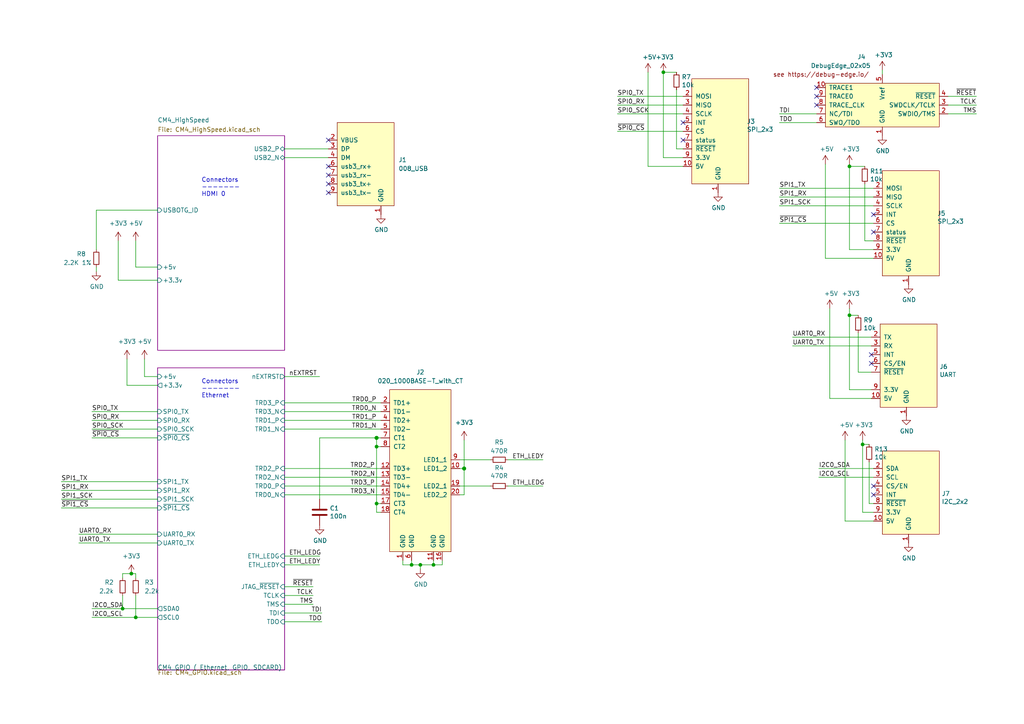
<source format=kicad_sch>
(kicad_sch (version 20211123) (generator eeschema)

  (uuid e63e39d7-6ac0-4ffd-8aa3-1841a4541b55)

  (paper "A4")

  (title_block
    (title "Compute Module 4 IO Board - Top Level")
    (rev "1")
    (company "© 2020-2022 Raspberry Pi Ltd (formerly Raspberry Pi (Trading) Ltd.)")
    (comment 1 "www.raspberrypi.com")
  )

  (lib_symbols
    (symbol "Device:C" (pin_numbers hide) (pin_names (offset 0.254)) (in_bom yes) (on_board yes)
      (property "Reference" "C" (id 0) (at 0.635 2.54 0)
        (effects (font (size 1.27 1.27)) (justify left))
      )
      (property "Value" "C" (id 1) (at 0.635 -2.54 0)
        (effects (font (size 1.27 1.27)) (justify left))
      )
      (property "Footprint" "" (id 2) (at 0.9652 -3.81 0)
        (effects (font (size 1.27 1.27)) hide)
      )
      (property "Datasheet" "~" (id 3) (at 0 0 0)
        (effects (font (size 1.27 1.27)) hide)
      )
      (property "ki_keywords" "cap capacitor" (id 4) (at 0 0 0)
        (effects (font (size 1.27 1.27)) hide)
      )
      (property "ki_description" "Unpolarized capacitor" (id 5) (at 0 0 0)
        (effects (font (size 1.27 1.27)) hide)
      )
      (property "ki_fp_filters" "C_*" (id 6) (at 0 0 0)
        (effects (font (size 1.27 1.27)) hide)
      )
      (symbol "C_0_1"
        (polyline
          (pts
            (xy -2.032 -0.762)
            (xy 2.032 -0.762)
          )
          (stroke (width 0.508) (type default) (color 0 0 0 0))
          (fill (type none))
        )
        (polyline
          (pts
            (xy -2.032 0.762)
            (xy 2.032 0.762)
          )
          (stroke (width 0.508) (type default) (color 0 0 0 0))
          (fill (type none))
        )
      )
      (symbol "C_1_1"
        (pin passive line (at 0 3.81 270) (length 2.794)
          (name "~" (effects (font (size 1.27 1.27))))
          (number "1" (effects (font (size 1.27 1.27))))
        )
        (pin passive line (at 0 -3.81 90) (length 2.794)
          (name "~" (effects (font (size 1.27 1.27))))
          (number "2" (effects (font (size 1.27 1.27))))
        )
      )
    )
    (symbol "Device:R_Small" (pin_numbers hide) (pin_names (offset 0.254) hide) (in_bom yes) (on_board yes)
      (property "Reference" "R" (id 0) (at 0.762 0.508 0)
        (effects (font (size 1.27 1.27)) (justify left))
      )
      (property "Value" "R_Small" (id 1) (at 0.762 -1.016 0)
        (effects (font (size 1.27 1.27)) (justify left))
      )
      (property "Footprint" "" (id 2) (at 0 0 0)
        (effects (font (size 1.27 1.27)) hide)
      )
      (property "Datasheet" "~" (id 3) (at 0 0 0)
        (effects (font (size 1.27 1.27)) hide)
      )
      (property "ki_keywords" "R resistor" (id 4) (at 0 0 0)
        (effects (font (size 1.27 1.27)) hide)
      )
      (property "ki_description" "Resistor, small symbol" (id 5) (at 0 0 0)
        (effects (font (size 1.27 1.27)) hide)
      )
      (property "ki_fp_filters" "R_*" (id 6) (at 0 0 0)
        (effects (font (size 1.27 1.27)) hide)
      )
      (symbol "R_Small_0_1"
        (rectangle (start -0.762 1.778) (end 0.762 -1.778)
          (stroke (width 0.2032) (type default) (color 0 0 0 0))
          (fill (type none))
        )
      )
      (symbol "R_Small_1_1"
        (pin passive line (at 0 2.54 270) (length 0.762)
          (name "~" (effects (font (size 1.27 1.27))))
          (number "1" (effects (font (size 1.27 1.27))))
        )
        (pin passive line (at 0 -2.54 90) (length 0.762)
          (name "~" (effects (font (size 1.27 1.27))))
          (number "2" (effects (font (size 1.27 1.27))))
        )
      )
    )
    (symbol "power:+3.3V" (power) (pin_names (offset 0)) (in_bom yes) (on_board yes)
      (property "Reference" "#PWR" (id 0) (at 0 -3.81 0)
        (effects (font (size 1.27 1.27)) hide)
      )
      (property "Value" "+3.3V" (id 1) (at 0 3.556 0)
        (effects (font (size 1.27 1.27)))
      )
      (property "Footprint" "" (id 2) (at 0 0 0)
        (effects (font (size 1.27 1.27)) hide)
      )
      (property "Datasheet" "" (id 3) (at 0 0 0)
        (effects (font (size 1.27 1.27)) hide)
      )
      (property "ki_keywords" "power-flag" (id 4) (at 0 0 0)
        (effects (font (size 1.27 1.27)) hide)
      )
      (property "ki_description" "Power symbol creates a global label with name \"+3.3V\"" (id 5) (at 0 0 0)
        (effects (font (size 1.27 1.27)) hide)
      )
      (symbol "+3.3V_0_1"
        (polyline
          (pts
            (xy -0.762 1.27)
            (xy 0 2.54)
          )
          (stroke (width 0) (type default) (color 0 0 0 0))
          (fill (type none))
        )
        (polyline
          (pts
            (xy 0 0)
            (xy 0 2.54)
          )
          (stroke (width 0) (type default) (color 0 0 0 0))
          (fill (type none))
        )
        (polyline
          (pts
            (xy 0 2.54)
            (xy 0.762 1.27)
          )
          (stroke (width 0) (type default) (color 0 0 0 0))
          (fill (type none))
        )
      )
      (symbol "+3.3V_1_1"
        (pin power_in line (at 0 0 90) (length 0) hide
          (name "+3V3" (effects (font (size 1.27 1.27))))
          (number "1" (effects (font (size 1.27 1.27))))
        )
      )
    )
    (symbol "power:+5V" (power) (pin_names (offset 0)) (in_bom yes) (on_board yes)
      (property "Reference" "#PWR" (id 0) (at 0 -3.81 0)
        (effects (font (size 1.27 1.27)) hide)
      )
      (property "Value" "+5V" (id 1) (at 0 3.556 0)
        (effects (font (size 1.27 1.27)))
      )
      (property "Footprint" "" (id 2) (at 0 0 0)
        (effects (font (size 1.27 1.27)) hide)
      )
      (property "Datasheet" "" (id 3) (at 0 0 0)
        (effects (font (size 1.27 1.27)) hide)
      )
      (property "ki_keywords" "power-flag" (id 4) (at 0 0 0)
        (effects (font (size 1.27 1.27)) hide)
      )
      (property "ki_description" "Power symbol creates a global label with name \"+5V\"" (id 5) (at 0 0 0)
        (effects (font (size 1.27 1.27)) hide)
      )
      (symbol "+5V_0_1"
        (polyline
          (pts
            (xy -0.762 1.27)
            (xy 0 2.54)
          )
          (stroke (width 0) (type default) (color 0 0 0 0))
          (fill (type none))
        )
        (polyline
          (pts
            (xy 0 0)
            (xy 0 2.54)
          )
          (stroke (width 0) (type default) (color 0 0 0 0))
          (fill (type none))
        )
        (polyline
          (pts
            (xy 0 2.54)
            (xy 0.762 1.27)
          )
          (stroke (width 0) (type default) (color 0 0 0 0))
          (fill (type none))
        )
      )
      (symbol "+5V_1_1"
        (pin power_in line (at 0 0 90) (length 0) hide
          (name "+5V" (effects (font (size 1.27 1.27))))
          (number "1" (effects (font (size 1.27 1.27))))
        )
      )
    )
    (symbol "power:GND" (power) (pin_names (offset 0)) (in_bom yes) (on_board yes)
      (property "Reference" "#PWR" (id 0) (at 0 -6.35 0)
        (effects (font (size 1.27 1.27)) hide)
      )
      (property "Value" "GND" (id 1) (at 0 -3.81 0)
        (effects (font (size 1.27 1.27)))
      )
      (property "Footprint" "" (id 2) (at 0 0 0)
        (effects (font (size 1.27 1.27)) hide)
      )
      (property "Datasheet" "" (id 3) (at 0 0 0)
        (effects (font (size 1.27 1.27)) hide)
      )
      (property "ki_keywords" "power-flag" (id 4) (at 0 0 0)
        (effects (font (size 1.27 1.27)) hide)
      )
      (property "ki_description" "Power symbol creates a global label with name \"GND\" , ground" (id 5) (at 0 0 0)
        (effects (font (size 1.27 1.27)) hide)
      )
      (symbol "GND_0_1"
        (polyline
          (pts
            (xy 0 0)
            (xy 0 -1.27)
            (xy 1.27 -1.27)
            (xy 0 -2.54)
            (xy -1.27 -1.27)
            (xy 0 -1.27)
          )
          (stroke (width 0) (type default) (color 0 0 0 0))
          (fill (type none))
        )
      )
      (symbol "GND_1_1"
        (pin power_in line (at 0 0 270) (length 0) hide
          (name "GND" (effects (font (size 1.27 1.27))))
          (number "1" (effects (font (size 1.27 1.27))))
        )
      )
    )
    (symbol "put_on_edge:001_I2C" (pin_names (offset 1.016)) (in_bom yes) (on_board yes)
      (property "Reference" "J" (id 0) (at -2.54 13.97 0)
        (effects (font (size 1.27 1.27)))
      )
      (property "Value" "001_I2C" (id 1) (at 8.89 13.97 0)
        (effects (font (size 1.27 1.27)))
      )
      (property "Footprint" "" (id 2) (at 7.62 16.51 0)
        (effects (font (size 1.27 1.27)) hide)
      )
      (property "Datasheet" "" (id 3) (at 7.62 16.51 0)
        (effects (font (size 1.27 1.27)) hide)
      )
      (symbol "001_I2C_0_1"
        (rectangle (start -8.89 12.7) (end 7.62 -11.43)
          (stroke (width 0) (type default) (color 0 0 0 0))
          (fill (type background))
        )
      )
      (symbol "001_I2C_1_1"
        (pin power_in line (at -1.27 -13.97 90) (length 2.54)
          (name "GND" (effects (font (size 1.27 1.27))))
          (number "1" (effects (font (size 1.27 1.27))))
        )
        (pin power_in line (at -11.43 -7.62 0) (length 2.54)
          (name "5V" (effects (font (size 1.27 1.27))))
          (number "10" (effects (font (size 1.27 1.27))))
        )
        (pin bidirectional line (at -11.43 7.62 0) (length 2.54)
          (name "SDA" (effects (font (size 1.27 1.27))))
          (number "2" (effects (font (size 1.27 1.27))))
        )
        (pin bidirectional line (at -11.43 5.08 0) (length 2.54)
          (name "SCL" (effects (font (size 1.27 1.27))))
          (number "3" (effects (font (size 1.27 1.27))))
        )
        (pin bidirectional line (at -11.43 2.54 0) (length 2.54)
          (name "CS/EN" (effects (font (size 1.27 1.27))))
          (number "4" (effects (font (size 1.27 1.27))))
        )
        (pin bidirectional line (at -11.43 0 0) (length 2.54)
          (name "INT" (effects (font (size 1.27 1.27))))
          (number "5" (effects (font (size 1.27 1.27))))
        )
        (pin bidirectional line (at -11.43 -2.54 0) (length 2.54)
          (name "~{RESET}" (effects (font (size 1.27 1.27))))
          (number "8" (effects (font (size 1.27 1.27))))
        )
        (pin power_in line (at -11.43 -5.08 0) (length 2.54)
          (name "3.3V" (effects (font (size 1.27 1.27))))
          (number "9" (effects (font (size 1.27 1.27))))
        )
      )
    )
    (symbol "put_on_edge:002_SPI" (pin_names (offset 1.016)) (in_bom yes) (on_board yes)
      (property "Reference" "J" (id 0) (at -1.27 13.97 0)
        (effects (font (size 1.27 1.27)))
      )
      (property "Value" "002_SPI" (id 1) (at 10.16 13.97 0)
        (effects (font (size 1.27 1.27)))
      )
      (property "Footprint" "" (id 2) (at 8.89 16.51 0)
        (effects (font (size 1.27 1.27)) hide)
      )
      (property "Datasheet" "" (id 3) (at 8.89 16.51 0)
        (effects (font (size 1.27 1.27)) hide)
      )
      (symbol "002_SPI_0_1"
        (rectangle (start -7.62 12.7) (end 8.89 -17.78)
          (stroke (width 0) (type default) (color 0 0 0 0))
          (fill (type background))
        )
      )
      (symbol "002_SPI_1_1"
        (pin power_in line (at 0 -20.32 90) (length 2.54)
          (name "GND" (effects (font (size 1.27 1.27))))
          (number "1" (effects (font (size 1.27 1.27))))
        )
        (pin power_in line (at -10.16 -12.7 0) (length 2.54)
          (name "5V" (effects (font (size 1.27 1.27))))
          (number "10" (effects (font (size 1.27 1.27))))
        )
        (pin bidirectional line (at -10.16 7.62 0) (length 2.54)
          (name "MOSI" (effects (font (size 1.27 1.27))))
          (number "2" (effects (font (size 1.27 1.27))))
        )
        (pin bidirectional line (at -10.16 5.08 0) (length 2.54)
          (name "MISO" (effects (font (size 1.27 1.27))))
          (number "3" (effects (font (size 1.27 1.27))))
        )
        (pin bidirectional line (at -10.16 2.54 0) (length 2.54)
          (name "SCLK" (effects (font (size 1.27 1.27))))
          (number "4" (effects (font (size 1.27 1.27))))
        )
        (pin bidirectional line (at -10.16 0 0) (length 2.54)
          (name "INT" (effects (font (size 1.27 1.27))))
          (number "5" (effects (font (size 1.27 1.27))))
        )
        (pin bidirectional line (at -10.16 -2.54 0) (length 2.54)
          (name "CS" (effects (font (size 1.27 1.27))))
          (number "6" (effects (font (size 1.27 1.27))))
        )
        (pin bidirectional line (at -10.16 -5.08 0) (length 2.54)
          (name "status" (effects (font (size 1.27 1.27))))
          (number "7" (effects (font (size 1.27 1.27))))
        )
        (pin bidirectional line (at -10.16 -7.62 0) (length 2.54)
          (name "~{RESET}" (effects (font (size 1.27 1.27))))
          (number "8" (effects (font (size 1.27 1.27))))
        )
        (pin power_in line (at -10.16 -10.16 0) (length 2.54)
          (name "3.3V" (effects (font (size 1.27 1.27))))
          (number "9" (effects (font (size 1.27 1.27))))
        )
      )
    )
    (symbol "put_on_edge:008_USB" (pin_names (offset 1.016)) (in_bom yes) (on_board yes)
      (property "Reference" "J" (id 0) (at -2.54 13.97 0)
        (effects (font (size 1.27 1.27)))
      )
      (property "Value" "008_USB" (id 1) (at 8.89 13.97 0)
        (effects (font (size 1.27 1.27)))
      )
      (property "Footprint" "" (id 2) (at 7.62 16.51 0)
        (effects (font (size 1.27 1.27)) hide)
      )
      (property "Datasheet" "" (id 3) (at 7.62 16.51 0)
        (effects (font (size 1.27 1.27)) hide)
      )
      (symbol "008_USB_0_1"
        (rectangle (start -8.89 12.7) (end 7.62 -11.43)
          (stroke (width 0) (type default) (color 0 0 0 0))
          (fill (type background))
        )
      )
      (symbol "008_USB_1_1"
        (pin power_in line (at 3.81 -13.97 90) (length 2.54)
          (name "GND" (effects (font (size 1.27 1.27))))
          (number "1" (effects (font (size 1.27 1.27))))
        )
        (pin power_in line (at -11.43 7.62 0) (length 2.54)
          (name "VBUS" (effects (font (size 1.27 1.27))))
          (number "2" (effects (font (size 1.27 1.27))))
        )
        (pin bidirectional line (at -11.43 5.08 0) (length 2.54)
          (name "DP" (effects (font (size 1.27 1.27))))
          (number "3" (effects (font (size 1.27 1.27))))
        )
        (pin bidirectional line (at -11.43 2.54 0) (length 2.54)
          (name "DM" (effects (font (size 1.27 1.27))))
          (number "4" (effects (font (size 1.27 1.27))))
        )
        (pin input line (at -11.43 0 0) (length 2.54)
          (name "usb3_rx+" (effects (font (size 1.27 1.27))))
          (number "6" (effects (font (size 1.27 1.27))))
        )
        (pin input line (at -11.43 -2.54 0) (length 2.54)
          (name "usb3_rx-" (effects (font (size 1.27 1.27))))
          (number "7" (effects (font (size 1.27 1.27))))
        )
        (pin input line (at -11.43 -5.08 0) (length 2.54)
          (name "usb3_tx+" (effects (font (size 1.27 1.27))))
          (number "8" (effects (font (size 1.27 1.27))))
        )
        (pin input line (at -11.43 -7.62 0) (length 2.54)
          (name "usb3_tx-" (effects (font (size 1.27 1.27))))
          (number "9" (effects (font (size 1.27 1.27))))
        )
      )
    )
    (symbol "put_on_edge:010_UART" (pin_names (offset 1.016)) (in_bom yes) (on_board yes)
      (property "Reference" "J" (id 0) (at -2.54 13.97 0)
        (effects (font (size 1.27 1.27)))
      )
      (property "Value" "010_UART" (id 1) (at 8.89 13.97 0)
        (effects (font (size 1.27 1.27)))
      )
      (property "Footprint" "" (id 2) (at 7.62 16.51 0)
        (effects (font (size 1.27 1.27)) hide)
      )
      (property "Datasheet" "" (id 3) (at 7.62 16.51 0)
        (effects (font (size 1.27 1.27)) hide)
      )
      (symbol "010_UART_0_1"
        (rectangle (start -8.89 12.7) (end 7.62 -11.43)
          (stroke (width 0) (type default) (color 0 0 0 0))
          (fill (type background))
        )
      )
      (symbol "010_UART_1_1"
        (pin power_in line (at -1.27 -13.97 90) (length 2.54)
          (name "GND" (effects (font (size 1.27 1.27))))
          (number "1" (effects (font (size 1.27 1.27))))
        )
        (pin power_in line (at -11.43 -8.89 0) (length 2.54)
          (name "5V" (effects (font (size 1.27 1.27))))
          (number "10" (effects (font (size 1.27 1.27))))
        )
        (pin bidirectional line (at -11.43 8.89 0) (length 2.54)
          (name "TX" (effects (font (size 1.27 1.27))))
          (number "2" (effects (font (size 1.27 1.27))))
        )
        (pin bidirectional line (at -11.43 6.35 0) (length 2.54)
          (name "RX" (effects (font (size 1.27 1.27))))
          (number "3" (effects (font (size 1.27 1.27))))
        )
        (pin bidirectional line (at -11.43 3.81 0) (length 2.54)
          (name "INT" (effects (font (size 1.27 1.27))))
          (number "5" (effects (font (size 1.27 1.27))))
        )
        (pin bidirectional line (at -11.43 1.27 0) (length 2.54)
          (name "CS/EN" (effects (font (size 1.27 1.27))))
          (number "6" (effects (font (size 1.27 1.27))))
        )
        (pin bidirectional line (at -11.43 -1.27 0) (length 2.54)
          (name "~{RESET}" (effects (font (size 1.27 1.27))))
          (number "7" (effects (font (size 1.27 1.27))))
        )
        (pin power_in line (at -11.43 -6.35 0) (length 2.54)
          (name "3.3V" (effects (font (size 1.27 1.27))))
          (number "9" (effects (font (size 1.27 1.27))))
        )
      )
    )
    (symbol "put_on_edge:020_1000BASE-T_with_CT" (pin_names (offset 1.016)) (in_bom yes) (on_board yes)
      (property "Reference" "J" (id 0) (at -2.54 13.97 0)
        (effects (font (size 1.27 1.27)))
      )
      (property "Value" "020_1000BASE-T_with_CT" (id 1) (at 8.89 13.97 0)
        (effects (font (size 1.27 1.27)))
      )
      (property "Footprint" "" (id 2) (at 7.62 16.51 0)
        (effects (font (size 1.27 1.27)) hide)
      )
      (property "Datasheet" "" (id 3) (at 7.62 16.51 0)
        (effects (font (size 1.27 1.27)) hide)
      )
      (symbol "020_1000BASE-T_with_CT_0_1"
        (rectangle (start -8.89 12.7) (end 8.89 -34.29)
          (stroke (width 0) (type default) (color 0 0 0 0))
          (fill (type background))
        )
      )
      (symbol "020_1000BASE-T_with_CT_1_1"
        (pin power_in line (at -5.08 -36.83 90) (length 2.54)
          (name "GND" (effects (font (size 1.27 1.27))))
          (number "1" (effects (font (size 1.27 1.27))))
        )
        (pin bidirectional line (at 11.43 -10.16 180) (length 2.54)
          (name "LED1_2" (effects (font (size 1.27 1.27))))
          (number "10" (effects (font (size 1.27 1.27))))
        )
        (pin power_in line (at 3.81 -36.83 90) (length 2.54)
          (name "GND" (effects (font (size 1.27 1.27))))
          (number "11" (effects (font (size 1.27 1.27))))
        )
        (pin bidirectional line (at -11.43 -10.16 0) (length 2.54)
          (name "TD3+" (effects (font (size 1.27 1.27))))
          (number "12" (effects (font (size 1.27 1.27))))
        )
        (pin bidirectional line (at -11.43 -12.7 0) (length 2.54)
          (name "TD3-" (effects (font (size 1.27 1.27))))
          (number "13" (effects (font (size 1.27 1.27))))
        )
        (pin bidirectional line (at -11.43 -15.24 0) (length 2.54)
          (name "TD4+" (effects (font (size 1.27 1.27))))
          (number "14" (effects (font (size 1.27 1.27))))
        )
        (pin bidirectional line (at -11.43 -17.78 0) (length 2.54)
          (name "TD4-" (effects (font (size 1.27 1.27))))
          (number "15" (effects (font (size 1.27 1.27))))
        )
        (pin power_in line (at 6.35 -36.83 90) (length 2.54)
          (name "GND" (effects (font (size 1.27 1.27))))
          (number "16" (effects (font (size 1.27 1.27))))
        )
        (pin bidirectional line (at -11.43 -20.32 0) (length 2.54)
          (name "CT3" (effects (font (size 1.27 1.27))))
          (number "17" (effects (font (size 1.27 1.27))))
        )
        (pin bidirectional line (at -11.43 -22.86 0) (length 2.54)
          (name "CT4" (effects (font (size 1.27 1.27))))
          (number "18" (effects (font (size 1.27 1.27))))
        )
        (pin bidirectional line (at 11.43 -15.24 180) (length 2.54)
          (name "LED2_1" (effects (font (size 1.27 1.27))))
          (number "19" (effects (font (size 1.27 1.27))))
        )
        (pin bidirectional line (at -11.43 8.89 0) (length 2.54)
          (name "TD1+" (effects (font (size 1.27 1.27))))
          (number "2" (effects (font (size 1.27 1.27))))
        )
        (pin bidirectional line (at 11.43 -17.78 180) (length 2.54)
          (name "LED2_2" (effects (font (size 1.27 1.27))))
          (number "20" (effects (font (size 1.27 1.27))))
        )
        (pin bidirectional line (at -11.43 6.35 0) (length 2.54)
          (name "TD1-" (effects (font (size 1.27 1.27))))
          (number "3" (effects (font (size 1.27 1.27))))
        )
        (pin bidirectional line (at -11.43 3.81 0) (length 2.54)
          (name "TD2+" (effects (font (size 1.27 1.27))))
          (number "4" (effects (font (size 1.27 1.27))))
        )
        (pin bidirectional line (at -11.43 1.27 0) (length 2.54)
          (name "TD2-" (effects (font (size 1.27 1.27))))
          (number "5" (effects (font (size 1.27 1.27))))
        )
        (pin power_in line (at -2.54 -36.83 90) (length 2.54)
          (name "GND" (effects (font (size 1.27 1.27))))
          (number "6" (effects (font (size 1.27 1.27))))
        )
        (pin bidirectional line (at -11.43 -1.27 0) (length 2.54)
          (name "CT1" (effects (font (size 1.27 1.27))))
          (number "7" (effects (font (size 1.27 1.27))))
        )
        (pin bidirectional line (at -11.43 -3.81 0) (length 2.54)
          (name "CT2" (effects (font (size 1.27 1.27))))
          (number "8" (effects (font (size 1.27 1.27))))
        )
        (pin bidirectional line (at 11.43 -7.62 180) (length 2.54)
          (name "LED1_1" (effects (font (size 1.27 1.27))))
          (number "9" (effects (font (size 1.27 1.27))))
        )
      )
    )
    (symbol "put_on_edge:DebugEdge_02x05" (pin_names (offset 1.016)) (in_bom yes) (on_board yes)
      (property "Reference" "J" (id 0) (at -10.16 7.62 0)
        (effects (font (size 1.27 1.27)))
      )
      (property "Value" "DebugEdge_02x05" (id 1) (at 11.43 7.62 0)
        (effects (font (size 1.27 1.27)))
      )
      (property "Footprint" "" (id 2) (at 0 10.16 0)
        (effects (font (size 1.27 1.27)) hide)
      )
      (property "Datasheet" "" (id 3) (at 0 10.16 0)
        (effects (font (size 1.27 1.27)) hide)
      )
      (symbol "DebugEdge_02x05_0_0"
        (text "see https://debug-edge.io/" (at 17.78 -8.89 0)
          (effects (font (size 1.27 1.27)))
        )
      )
      (symbol "DebugEdge_02x05_0_1"
        (rectangle (start -16.51 6.35) (end 16.51 -6.35)
          (stroke (width 0) (type default) (color 0 0 0 0))
          (fill (type background))
        )
      )
      (symbol "DebugEdge_02x05_1_1"
        (pin power_in line (at 0 8.89 270) (length 2.54)
          (name "GND" (effects (font (size 1.27 1.27))))
          (number "1" (effects (font (size 1.27 1.27))))
        )
        (pin bidirectional line (at 19.05 -5.08 180) (length 2.54)
          (name "TRACE1" (effects (font (size 1.27 1.27))))
          (number "10" (effects (font (size 1.27 1.27))))
        )
        (pin bidirectional line (at -19.05 2.54 0) (length 2.54)
          (name "SWDIO/TMS" (effects (font (size 1.27 1.27))))
          (number "2" (effects (font (size 1.27 1.27))))
        )
        (pin bidirectional line (at -19.05 0 0) (length 2.54)
          (name "SWDCLK/TCLK" (effects (font (size 1.27 1.27))))
          (number "3" (effects (font (size 1.27 1.27))))
        )
        (pin bidirectional line (at -19.05 -2.54 0) (length 2.54)
          (name "~{RESET}" (effects (font (size 1.27 1.27))))
          (number "4" (effects (font (size 1.27 1.27))))
        )
        (pin power_in line (at 0 -8.89 90) (length 2.54)
          (name "Vref" (effects (font (size 1.27 1.27))))
          (number "5" (effects (font (size 1.27 1.27))))
        )
        (pin bidirectional line (at 19.05 5.08 180) (length 2.54)
          (name "SWO/TDO" (effects (font (size 1.27 1.27))))
          (number "6" (effects (font (size 1.27 1.27))))
        )
        (pin bidirectional line (at 19.05 2.54 180) (length 2.54)
          (name "NC/TDI" (effects (font (size 1.27 1.27))))
          (number "7" (effects (font (size 1.27 1.27))))
        )
        (pin bidirectional line (at 19.05 0 180) (length 2.54)
          (name "TRACE_CLK" (effects (font (size 1.27 1.27))))
          (number "8" (effects (font (size 1.27 1.27))))
        )
        (pin bidirectional line (at 19.05 -2.54 180) (length 2.54)
          (name "TRACE0" (effects (font (size 1.27 1.27))))
          (number "9" (effects (font (size 1.27 1.27))))
        )
      )
    )
  )

  (junction (at 250.19 128.905) (diameter 0) (color 0 0 0 0)
    (uuid 1896a51d-ccc1-4bab-b10c-507006490c4b)
  )
  (junction (at 125.73 163.83) (diameter 0) (color 0 0 0 0)
    (uuid 2c793fa5-6943-4b30-8b64-38118466c6dd)
  )
  (junction (at 109.22 146.05) (diameter 0) (color 0 0 0 0)
    (uuid 4bbf895f-71a2-4b9b-9fc1-997e549553df)
  )
  (junction (at 109.22 127) (diameter 1.016) (color 0 0 0 0)
    (uuid 4f3cbc40-a86b-4cd2-b5b5-a295f12d3f2e)
  )
  (junction (at 119.38 163.83) (diameter 0) (color 0 0 0 0)
    (uuid 6a0c89fb-2972-432f-aa74-3bf36fb9a9b5)
  )
  (junction (at 109.22 129.54) (diameter 0) (color 0 0 0 0)
    (uuid 7a5aadfc-40e7-41d7-ab4c-c7cd1a354318)
  )
  (junction (at 121.92 163.83) (diameter 0) (color 0 0 0 0)
    (uuid 9ba65c76-66ff-4e19-b6f2-7b68d99eba0d)
  )
  (junction (at 35.56 176.53) (diameter 0) (color 0 0 0 0)
    (uuid bd081b93-5f87-49e9-bccf-2457141a8ec8)
  )
  (junction (at 134.62 135.89) (diameter 1.016) (color 0 0 0 0)
    (uuid be96b8be-8b9c-4811-9256-826aa2669d4d)
  )
  (junction (at 246.38 91.44) (diameter 0) (color 0 0 0 0)
    (uuid c57103db-923f-48c5-81fd-85270b0fdb2e)
  )
  (junction (at 39.37 179.07) (diameter 0) (color 0 0 0 0)
    (uuid da64769a-e547-4da3-be2e-feae7f3d5df7)
  )
  (junction (at 38.1 166.37) (diameter 0) (color 0 0 0 0)
    (uuid e9aed9ae-be80-44d4-9510-66a839aa89b0)
  )
  (junction (at 192.405 20.955) (diameter 0) (color 0 0 0 0)
    (uuid f1efa10b-cbc0-48be-aa79-b97d5db86d65)
  )
  (junction (at 246.38 48.26) (diameter 0) (color 0 0 0 0)
    (uuid fb94cf59-9033-4f6b-96c6-4be114ebc594)
  )

  (no_connect (at 253.365 140.97) (uuid 1328d75a-2533-4acd-8563-00b5d0f1dd9b))
  (no_connect (at 95.25 55.88) (uuid 1393e442-4d1f-46b2-8bc5-f20a8a39b832))
  (no_connect (at 198.12 35.56) (uuid 299b26c9-f52f-4ec5-b5bc-c79127c9fd9b))
  (no_connect (at 252.73 102.87) (uuid 2fbc558a-55b9-4735-92aa-488a6154bed5))
  (no_connect (at 95.25 50.8) (uuid 4bae097e-ab08-4f43-89ce-2c60654fb5b4))
  (no_connect (at 236.855 30.48) (uuid 5dbff119-1db4-49c3-a360-d2be7e06c592))
  (no_connect (at 253.365 62.23) (uuid 72fe54d5-13b7-402c-bbb1-dc0ea538788a))
  (no_connect (at 95.25 53.34) (uuid 746249f6-fab6-4795-9533-902c16f5ac72))
  (no_connect (at 95.25 40.64) (uuid 79a6bd52-f687-48c0-ada1-3c89f175b220))
  (no_connect (at 253.365 67.31) (uuid 87813540-509c-4ddb-ab36-ce4e9e470642))
  (no_connect (at 198.12 40.64) (uuid 890449f2-57ed-4550-b153-5ca3178109a6))
  (no_connect (at 253.365 143.51) (uuid 9a4e02d7-4302-42d3-ab24-8c79912daaa9))
  (no_connect (at 236.855 27.94) (uuid a2f04763-0bac-4140-9e26-1f908a84cd76))
  (no_connect (at 236.855 25.4) (uuid b5f92c0d-27ff-4347-9236-58de0e5e1ad0))
  (no_connect (at 252.73 105.41) (uuid ce29ab16-9f36-42dd-bd04-7039c5473e9c))
  (no_connect (at 95.25 48.26) (uuid ea1e0a0a-0ad9-4795-ba08-c65384eb67f4))

  (wire (pts (xy 240.665 89.535) (xy 240.665 115.57))
    (stroke (width 0) (type default) (color 0 0 0 0))
    (uuid 01bb6edc-dc99-4f7d-a9e6-9daa01d77d31)
  )
  (wire (pts (xy 237.49 138.43) (xy 253.365 138.43))
    (stroke (width 0) (type default) (color 0 0 0 0))
    (uuid 020b5093-0f85-4240-af0d-a9073db4736b)
  )
  (wire (pts (xy 252.095 133.985) (xy 252.095 146.05))
    (stroke (width 0) (type default) (color 0 0 0 0))
    (uuid 0820861b-f8fd-40ae-9114-4ca2a69580f3)
  )
  (wire (pts (xy 133.35 143.51) (xy 134.62 143.51))
    (stroke (width 0) (type solid) (color 0 0 0 0))
    (uuid 09b85503-56c8-47b3-aef4-cd362ba5c7b9)
  )
  (wire (pts (xy 35.56 167.64) (xy 35.56 166.37))
    (stroke (width 0) (type default) (color 0 0 0 0))
    (uuid 106f0e76-561a-4371-8310-d7c630bbb234)
  )
  (wire (pts (xy 226.06 33.02) (xy 236.855 33.02))
    (stroke (width 0) (type default) (color 0 0 0 0))
    (uuid 114a2327-4bca-4f82-aff8-aa6199690d2d)
  )
  (wire (pts (xy 82.55 163.83) (xy 92.71 163.83))
    (stroke (width 0) (type solid) (color 0 0 0 0))
    (uuid 13b3e474-755b-4a64-9908-93caa49982ba)
  )
  (wire (pts (xy 179.07 38.1) (xy 198.12 38.1))
    (stroke (width 0) (type default) (color 0 0 0 0))
    (uuid 1463e6b0-6e66-4c82-ad01-ceaee0b4a50f)
  )
  (wire (pts (xy 26.67 127) (xy 45.72 127))
    (stroke (width 0) (type default) (color 0 0 0 0))
    (uuid 17ad3558-2343-4a6a-a6c0-ead3be721f69)
  )
  (wire (pts (xy 82.55 172.72) (xy 90.805 172.72))
    (stroke (width 0) (type default) (color 0 0 0 0))
    (uuid 18065ee2-99d3-42aa-86cb-ec0ff1dd0730)
  )
  (wire (pts (xy 35.56 176.53) (xy 45.72 176.53))
    (stroke (width 0) (type default) (color 0 0 0 0))
    (uuid 181b4635-69e6-4259-8b05-382e2c501547)
  )
  (wire (pts (xy 239.395 74.93) (xy 253.365 74.93))
    (stroke (width 0) (type default) (color 0 0 0 0))
    (uuid 19ad1348-945d-454e-8716-4871b78824bb)
  )
  (wire (pts (xy 39.37 69.85) (xy 39.37 77.47))
    (stroke (width 0) (type default) (color 0 0 0 0))
    (uuid 1b4ad920-17b2-42a5-9009-b40b907e1779)
  )
  (wire (pts (xy 93.345 177.8) (xy 82.55 177.8))
    (stroke (width 0) (type default) (color 0 0 0 0))
    (uuid 1ca343c1-42da-4eef-be47-59d7201905ac)
  )
  (wire (pts (xy 39.37 179.07) (xy 45.72 179.07))
    (stroke (width 0) (type default) (color 0 0 0 0))
    (uuid 1fd176c9-e4f0-461e-b041-294d410f3051)
  )
  (wire (pts (xy 196.215 43.18) (xy 196.215 26.035))
    (stroke (width 0) (type default) (color 0 0 0 0))
    (uuid 23b893e0-64d7-4521-9500-bb2b40d01a92)
  )
  (wire (pts (xy 240.665 115.57) (xy 252.73 115.57))
    (stroke (width 0) (type default) (color 0 0 0 0))
    (uuid 2491f3e0-848e-4ee8-91a1-04baeca8d3fe)
  )
  (wire (pts (xy 248.92 107.95) (xy 252.73 107.95))
    (stroke (width 0) (type default) (color 0 0 0 0))
    (uuid 24e55dea-ed12-4021-ba86-9981e5d37165)
  )
  (wire (pts (xy 179.07 27.94) (xy 198.12 27.94))
    (stroke (width 0) (type default) (color 0 0 0 0))
    (uuid 2920211c-9d68-4bbb-a245-ea23d2b12236)
  )
  (wire (pts (xy 250.19 128.905) (xy 250.19 148.59))
    (stroke (width 0) (type default) (color 0 0 0 0))
    (uuid 2ae1c4de-028c-45d1-9526-ccd5a690256f)
  )
  (wire (pts (xy 39.37 166.37) (xy 38.1 166.37))
    (stroke (width 0) (type default) (color 0 0 0 0))
    (uuid 2ee60b1f-b832-4593-b27c-aa10665d682a)
  )
  (wire (pts (xy 109.22 129.54) (xy 109.22 146.05))
    (stroke (width 0) (type default) (color 0 0 0 0))
    (uuid 2f6ec4dd-86c4-425e-817f-96fa6fb65a0c)
  )
  (wire (pts (xy 229.87 100.33) (xy 252.73 100.33))
    (stroke (width 0) (type default) (color 0 0 0 0))
    (uuid 319929fc-5a36-48a8-bfc0-64ea3cc37883)
  )
  (wire (pts (xy 22.86 154.94) (xy 45.72 154.94))
    (stroke (width 0) (type default) (color 0 0 0 0))
    (uuid 340ed826-eea9-49b3-9789-32415143ff9b)
  )
  (wire (pts (xy 147.32 140.97) (xy 157.48 140.97))
    (stroke (width 0) (type solid) (color 0 0 0 0))
    (uuid 34a88b8d-2e3c-46eb-aa36-e8e2c7d2ac94)
  )
  (wire (pts (xy 246.38 113.03) (xy 252.73 113.03))
    (stroke (width 0) (type default) (color 0 0 0 0))
    (uuid 376ff36d-c43b-4f83-990f-ea570d93b656)
  )
  (wire (pts (xy 90.805 170.18) (xy 82.55 170.18))
    (stroke (width 0) (type default) (color 0 0 0 0))
    (uuid 39f04f20-3ca4-4626-a659-a4536c3e3bc8)
  )
  (wire (pts (xy 82.55 116.84) (xy 110.49 116.84))
    (stroke (width 0) (type default) (color 0 0 0 0))
    (uuid 3c6074ce-7f15-409b-9c3e-f1059b20d28e)
  )
  (wire (pts (xy 226.06 54.61) (xy 253.365 54.61))
    (stroke (width 0) (type default) (color 0 0 0 0))
    (uuid 3ca9b337-169e-40f8-98f5-42d87b4d6aee)
  )
  (wire (pts (xy 226.06 57.15) (xy 253.365 57.15))
    (stroke (width 0) (type default) (color 0 0 0 0))
    (uuid 3f53d93a-b742-493f-82c9-68f19d83adf0)
  )
  (wire (pts (xy 226.06 64.77) (xy 253.365 64.77))
    (stroke (width 0) (type default) (color 0 0 0 0))
    (uuid 45bdd686-f747-4cd6-b39b-d7cc0e119446)
  )
  (wire (pts (xy 250.825 69.85) (xy 253.365 69.85))
    (stroke (width 0) (type default) (color 0 0 0 0))
    (uuid 45d4e5af-83b7-44c5-bc35-2f838feac240)
  )
  (wire (pts (xy 36.83 104.14) (xy 36.83 111.76))
    (stroke (width 0) (type default) (color 0 0 0 0))
    (uuid 46c4e7f0-7e75-478e-abdc-37fff56b8731)
  )
  (wire (pts (xy 125.73 163.83) (xy 128.27 163.83))
    (stroke (width 0) (type default) (color 0 0 0 0))
    (uuid 46cad4dc-4436-47c5-a7b2-adbf615490b4)
  )
  (wire (pts (xy 110.49 129.54) (xy 109.22 129.54))
    (stroke (width 0) (type solid) (color 0 0 0 0))
    (uuid 48abd548-8a9b-4c1d-a425-e794c83bf3de)
  )
  (wire (pts (xy 82.55 161.29) (xy 92.71 161.29))
    (stroke (width 0) (type solid) (color 0 0 0 0))
    (uuid 494970c6-9715-4f0e-96dd-382a26bb28f9)
  )
  (wire (pts (xy 274.955 30.48) (xy 283.21 30.48))
    (stroke (width 0) (type default) (color 0 0 0 0))
    (uuid 496c5d8b-aea9-404c-b126-6bea84177779)
  )
  (wire (pts (xy 250.825 53.34) (xy 250.825 69.85))
    (stroke (width 0) (type default) (color 0 0 0 0))
    (uuid 4b6c6fc3-079f-462a-854c-86c518063f57)
  )
  (wire (pts (xy 35.56 166.37) (xy 38.1 166.37))
    (stroke (width 0) (type default) (color 0 0 0 0))
    (uuid 4ef82506-97c9-41d2-9208-e5f94a2531cb)
  )
  (wire (pts (xy 121.92 163.83) (xy 125.73 163.83))
    (stroke (width 0) (type default) (color 0 0 0 0))
    (uuid 4f5e949f-3cb5-446e-af25-8dcfb32ff0f7)
  )
  (wire (pts (xy 255.905 20.32) (xy 255.905 21.59))
    (stroke (width 0) (type default) (color 0 0 0 0))
    (uuid 5066de91-478e-4085-be90-9fb572d4041d)
  )
  (wire (pts (xy 179.07 30.48) (xy 198.12 30.48))
    (stroke (width 0) (type default) (color 0 0 0 0))
    (uuid 5431b76d-cdf3-40ef-bb6f-49a8a9a3f0b6)
  )
  (wire (pts (xy 27.94 60.96) (xy 45.72 60.96))
    (stroke (width 0) (type solid) (color 0 0 0 0))
    (uuid 56b03867-ea72-4cc7-b927-4db2f13e51df)
  )
  (wire (pts (xy 239.395 47.625) (xy 239.395 74.93))
    (stroke (width 0) (type default) (color 0 0 0 0))
    (uuid 56cd6135-f194-4a53-a5d7-f96fe9ade45e)
  )
  (wire (pts (xy 92.71 144.78) (xy 92.71 127))
    (stroke (width 0) (type solid) (color 0 0 0 0))
    (uuid 57acb68c-8a9d-4890-89e5-f260be07c75f)
  )
  (wire (pts (xy 109.22 148.59) (xy 110.49 148.59))
    (stroke (width 0) (type default) (color 0 0 0 0))
    (uuid 5cbbdbba-8172-4d8f-be72-c22a7fc9c03a)
  )
  (wire (pts (xy 248.92 96.52) (xy 248.92 107.95))
    (stroke (width 0) (type default) (color 0 0 0 0))
    (uuid 5e05a184-0d70-446c-a5f6-b46a13cd0f06)
  )
  (wire (pts (xy 134.62 127.635) (xy 134.62 135.89))
    (stroke (width 0) (type default) (color 0 0 0 0))
    (uuid 62757216-a4cd-486e-89f2-62df0131ddea)
  )
  (wire (pts (xy 92.71 127) (xy 109.22 127))
    (stroke (width 0) (type solid) (color 0 0 0 0))
    (uuid 62d35947-b042-4d93-a89f-e932d6c133c2)
  )
  (wire (pts (xy 93.345 180.34) (xy 82.55 180.34))
    (stroke (width 0) (type default) (color 0 0 0 0))
    (uuid 6876e2c2-f8d1-478a-9441-98030c69471a)
  )
  (wire (pts (xy 246.38 72.39) (xy 253.365 72.39))
    (stroke (width 0) (type default) (color 0 0 0 0))
    (uuid 69272bfc-3784-4f6e-b181-d1e829301d05)
  )
  (wire (pts (xy 274.955 33.02) (xy 283.21 33.02))
    (stroke (width 0) (type default) (color 0 0 0 0))
    (uuid 6a1fe034-94a6-4581-b699-65bd11bdb54b)
  )
  (wire (pts (xy 116.84 163.83) (xy 119.38 163.83))
    (stroke (width 0) (type default) (color 0 0 0 0))
    (uuid 6a9697dc-e9fd-485f-8526-1192dd986e26)
  )
  (wire (pts (xy 245.11 127.635) (xy 245.11 151.13))
    (stroke (width 0) (type default) (color 0 0 0 0))
    (uuid 7297119a-8f97-4a87-9bbf-77b9e11a514f)
  )
  (wire (pts (xy 82.55 138.43) (xy 110.49 138.43))
    (stroke (width 0) (type solid) (color 0 0 0 0))
    (uuid 73824430-eb65-43ce-894e-d06c3b28f228)
  )
  (wire (pts (xy 187.96 20.955) (xy 187.96 48.26))
    (stroke (width 0) (type default) (color 0 0 0 0))
    (uuid 745f5e79-482d-4784-bb41-189c9b11a327)
  )
  (wire (pts (xy 250.19 148.59) (xy 253.365 148.59))
    (stroke (width 0) (type default) (color 0 0 0 0))
    (uuid 7518b2c5-7e0b-4f42-92e9-33ba5e150ae2)
  )
  (wire (pts (xy 34.29 69.85) (xy 34.29 81.28))
    (stroke (width 0) (type default) (color 0 0 0 0))
    (uuid 769610fd-0eba-4966-8452-5504e09a1003)
  )
  (wire (pts (xy 82.55 45.72) (xy 95.25 45.72))
    (stroke (width 0) (type default) (color 0 0 0 0))
    (uuid 7987766c-4d5e-4cf1-88d8-7c51289fe953)
  )
  (wire (pts (xy 147.32 133.35) (xy 157.48 133.35))
    (stroke (width 0) (type solid) (color 0 0 0 0))
    (uuid 7c987d69-9683-464e-9c59-5a1b13018bc8)
  )
  (wire (pts (xy 246.38 48.26) (xy 246.38 72.39))
    (stroke (width 0) (type default) (color 0 0 0 0))
    (uuid 81bb1432-e5cd-4cc7-818b-9b91442b390a)
  )
  (wire (pts (xy 245.11 151.13) (xy 253.365 151.13))
    (stroke (width 0) (type default) (color 0 0 0 0))
    (uuid 84159df1-2a43-4894-9f71-67dad2a59905)
  )
  (wire (pts (xy 34.29 81.28) (xy 45.72 81.28))
    (stroke (width 0) (type default) (color 0 0 0 0))
    (uuid 851c51e7-8c24-40ce-9435-c557e60825dd)
  )
  (wire (pts (xy 26.67 119.38) (xy 45.72 119.38))
    (stroke (width 0) (type default) (color 0 0 0 0))
    (uuid 85cacda1-f483-4cc9-a5e9-355d38dbde71)
  )
  (wire (pts (xy 26.67 121.92) (xy 45.72 121.92))
    (stroke (width 0) (type default) (color 0 0 0 0))
    (uuid 886d4794-03ec-4a9e-87ee-aec2c4dd067e)
  )
  (wire (pts (xy 133.35 133.35) (xy 142.24 133.35))
    (stroke (width 0) (type solid) (color 0 0 0 0))
    (uuid 8a403a28-20a0-4156-8a82-9537ee32ea47)
  )
  (wire (pts (xy 82.55 135.89) (xy 110.49 135.89))
    (stroke (width 0) (type solid) (color 0 0 0 0))
    (uuid 8eb4f2e7-06e9-444d-ba85-a9a6ee99e1cc)
  )
  (wire (pts (xy 82.55 140.97) (xy 110.49 140.97))
    (stroke (width 0) (type solid) (color 0 0 0 0))
    (uuid 94b3b8d8-eb52-4722-b61d-273486536e6c)
  )
  (wire (pts (xy 27.94 77.47) (xy 27.94 78.74))
    (stroke (width 0) (type default) (color 0 0 0 0))
    (uuid 972943dc-4ae1-4772-bbb6-964878c20d6c)
  )
  (wire (pts (xy 119.38 163.83) (xy 121.92 163.83))
    (stroke (width 0) (type default) (color 0 0 0 0))
    (uuid 9a70e110-fca8-40e5-a553-25e48a301aa5)
  )
  (wire (pts (xy 26.67 124.46) (xy 45.72 124.46))
    (stroke (width 0) (type default) (color 0 0 0 0))
    (uuid 9b8b55cd-c4bc-4685-b08f-6f867921f606)
  )
  (wire (pts (xy 82.55 124.46) (xy 110.49 124.46))
    (stroke (width 0) (type default) (color 0 0 0 0))
    (uuid 9bf672e8-d643-4e41-8e7a-f2035772a225)
  )
  (wire (pts (xy 82.55 175.26) (xy 90.805 175.26))
    (stroke (width 0) (type default) (color 0 0 0 0))
    (uuid 9c5449b4-ad7b-410d-af2a-9981d3e120e6)
  )
  (wire (pts (xy 179.07 33.02) (xy 198.12 33.02))
    (stroke (width 0) (type default) (color 0 0 0 0))
    (uuid 9ea64726-076c-45c0-a6a2-6560ed556e3b)
  )
  (wire (pts (xy 39.37 172.72) (xy 39.37 179.07))
    (stroke (width 0) (type default) (color 0 0 0 0))
    (uuid 9fb60513-8ec6-4982-84a1-c7b551a821a4)
  )
  (wire (pts (xy 41.91 109.22) (xy 45.72 109.22))
    (stroke (width 0) (type default) (color 0 0 0 0))
    (uuid a1b21796-aff6-40dc-a468-8767ac8ea5cb)
  )
  (wire (pts (xy 116.84 162.56) (xy 116.84 163.83))
    (stroke (width 0) (type default) (color 0 0 0 0))
    (uuid a285a66d-cae7-44a0-b749-c37255c12ddb)
  )
  (wire (pts (xy 198.12 43.18) (xy 196.215 43.18))
    (stroke (width 0) (type default) (color 0 0 0 0))
    (uuid a6768cb4-ef6c-47ce-8100-69c83c301e70)
  )
  (wire (pts (xy 248.92 91.44) (xy 246.38 91.44))
    (stroke (width 0) (type default) (color 0 0 0 0))
    (uuid a77b9d60-c51f-4af7-bead-8f9acde6074d)
  )
  (wire (pts (xy 252.095 146.05) (xy 253.365 146.05))
    (stroke (width 0) (type default) (color 0 0 0 0))
    (uuid aa5327e4-4a85-4ff9-8b18-1088cb17351c)
  )
  (wire (pts (xy 192.405 20.955) (xy 196.215 20.955))
    (stroke (width 0) (type default) (color 0 0 0 0))
    (uuid aa6c3fc7-90a5-474a-bee7-2174fedc8859)
  )
  (wire (pts (xy 192.405 20.955) (xy 192.405 45.72))
    (stroke (width 0) (type default) (color 0 0 0 0))
    (uuid acdf7ea4-2590-4d22-99e7-786b642f8b05)
  )
  (wire (pts (xy 133.35 140.97) (xy 142.24 140.97))
    (stroke (width 0) (type solid) (color 0 0 0 0))
    (uuid ace984d1-b13f-4ef3-813e-343f84ada670)
  )
  (wire (pts (xy 192.405 45.72) (xy 198.12 45.72))
    (stroke (width 0) (type default) (color 0 0 0 0))
    (uuid ad39308d-3a16-42f9-b7b4-6cdc4b9c4690)
  )
  (wire (pts (xy 27.94 60.96) (xy 27.94 72.39))
    (stroke (width 0) (type solid) (color 0 0 0 0))
    (uuid b0a6dc45-6922-4c67-9806-9c12a28069e0)
  )
  (wire (pts (xy 36.83 111.76) (xy 45.72 111.76))
    (stroke (width 0) (type default) (color 0 0 0 0))
    (uuid b0dc724b-7f39-49ef-aa80-0148fb2ba3ca)
  )
  (wire (pts (xy 39.37 167.64) (xy 39.37 166.37))
    (stroke (width 0) (type default) (color 0 0 0 0))
    (uuid b0fca222-932c-43c3-a2f5-ba50741f1991)
  )
  (wire (pts (xy 125.73 162.56) (xy 125.73 163.83))
    (stroke (width 0) (type default) (color 0 0 0 0))
    (uuid b1fc50f2-cab1-4dc9-9128-7d63f63ecb61)
  )
  (wire (pts (xy 17.78 144.78) (xy 45.72 144.78))
    (stroke (width 0) (type default) (color 0 0 0 0))
    (uuid b375dee6-2f8e-465f-93a2-f43a55f066a8)
  )
  (wire (pts (xy 22.86 157.48) (xy 45.72 157.48))
    (stroke (width 0) (type default) (color 0 0 0 0))
    (uuid b4947177-ec90-469a-9085-e3616576c525)
  )
  (wire (pts (xy 246.38 48.26) (xy 246.38 47.625))
    (stroke (width 0) (type default) (color 0 0 0 0))
    (uuid b8e74322-e9c0-4569-a4e4-2bcfb7bcd1ee)
  )
  (wire (pts (xy 229.87 97.79) (xy 252.73 97.79))
    (stroke (width 0) (type default) (color 0 0 0 0))
    (uuid b96db453-2534-4e21-9688-1aaed2f53ebd)
  )
  (wire (pts (xy 283.21 27.94) (xy 274.955 27.94))
    (stroke (width 0) (type default) (color 0 0 0 0))
    (uuid bbc5092a-bff3-4a4e-a114-9d8f898179f5)
  )
  (wire (pts (xy 226.06 35.56) (xy 236.855 35.56))
    (stroke (width 0) (type default) (color 0 0 0 0))
    (uuid bdee883d-e9cc-4fb0-b19b-c29914e288fb)
  )
  (wire (pts (xy 246.38 91.44) (xy 246.38 113.03))
    (stroke (width 0) (type default) (color 0 0 0 0))
    (uuid bf6b5a86-e685-4332-af79-edced1c6b42b)
  )
  (wire (pts (xy 17.78 139.7) (xy 45.72 139.7))
    (stroke (width 0) (type default) (color 0 0 0 0))
    (uuid bfae41c2-1377-48eb-8523-a008f5f03a78)
  )
  (wire (pts (xy 134.62 135.89) (xy 133.35 135.89))
    (stroke (width 0) (type solid) (color 0 0 0 0))
    (uuid c2091120-a68f-4758-8284-8688448c234a)
  )
  (wire (pts (xy 17.78 142.24) (xy 45.72 142.24))
    (stroke (width 0) (type default) (color 0 0 0 0))
    (uuid c23399d2-2c24-46cf-8fcd-29ec23f515e4)
  )
  (wire (pts (xy 26.67 176.53) (xy 35.56 176.53))
    (stroke (width 0) (type default) (color 0 0 0 0))
    (uuid c2776e9f-560f-4da4-b375-d4c99596b015)
  )
  (wire (pts (xy 119.38 162.56) (xy 119.38 163.83))
    (stroke (width 0) (type default) (color 0 0 0 0))
    (uuid c531739f-79d9-491b-9d85-59ca602e58e7)
  )
  (wire (pts (xy 82.55 119.38) (xy 110.49 119.38))
    (stroke (width 0) (type default) (color 0 0 0 0))
    (uuid c86699ed-7c6a-4656-a40b-955bc7e2b490)
  )
  (wire (pts (xy 250.825 48.26) (xy 246.38 48.26))
    (stroke (width 0) (type default) (color 0 0 0 0))
    (uuid cb79c484-f2d4-4b92-a88f-ec1f83346511)
  )
  (wire (pts (xy 110.49 127) (xy 109.22 127))
    (stroke (width 0) (type solid) (color 0 0 0 0))
    (uuid cd92f152-3ed4-45b3-ad56-7930af46c3de)
  )
  (wire (pts (xy 82.55 43.18) (xy 95.25 43.18))
    (stroke (width 0) (type default) (color 0 0 0 0))
    (uuid d53c9461-eeab-4ea2-83d3-c5677294ad07)
  )
  (wire (pts (xy 128.27 163.83) (xy 128.27 162.56))
    (stroke (width 0) (type default) (color 0 0 0 0))
    (uuid d5d594c2-d0fc-49c8-9d6f-9c9e1a761caa)
  )
  (wire (pts (xy 252.095 128.905) (xy 250.19 128.905))
    (stroke (width 0) (type default) (color 0 0 0 0))
    (uuid d64a2414-cf19-46f6-8d7c-03a9342012b8)
  )
  (wire (pts (xy 237.49 135.89) (xy 253.365 135.89))
    (stroke (width 0) (type default) (color 0 0 0 0))
    (uuid d833030c-e5a2-470b-9342-870a3794b30c)
  )
  (wire (pts (xy 109.22 146.05) (xy 109.22 148.59))
    (stroke (width 0) (type default) (color 0 0 0 0))
    (uuid d9e6a94b-9615-4c42-bdfc-c7cca10e56c8)
  )
  (wire (pts (xy 35.56 172.72) (xy 35.56 176.53))
    (stroke (width 0) (type default) (color 0 0 0 0))
    (uuid dc2f320e-be82-4a47-8e99-59b7f1368786)
  )
  (wire (pts (xy 109.22 129.54) (xy 109.22 127))
    (stroke (width 0) (type solid) (color 0 0 0 0))
    (uuid ddd6acd5-cd70-4977-ba94-aee10012c2c0)
  )
  (wire (pts (xy 17.78 147.32) (xy 45.72 147.32))
    (stroke (width 0) (type default) (color 0 0 0 0))
    (uuid df925f8c-5163-485f-b66b-db44917010d4)
  )
  (wire (pts (xy 250.19 127.635) (xy 250.19 128.905))
    (stroke (width 0) (type default) (color 0 0 0 0))
    (uuid e06b71ec-0e1f-493a-8032-a49a77064ac9)
  )
  (wire (pts (xy 41.91 104.14) (xy 41.91 109.22))
    (stroke (width 0) (type default) (color 0 0 0 0))
    (uuid e06eb41c-7d8d-4e49-bde2-360c9a0a52a6)
  )
  (wire (pts (xy 109.22 146.05) (xy 110.49 146.05))
    (stroke (width 0) (type default) (color 0 0 0 0))
    (uuid e5216dcc-55fd-4567-a3c3-68256d9f1927)
  )
  (wire (pts (xy 121.92 163.83) (xy 121.92 165.1))
    (stroke (width 0) (type default) (color 0 0 0 0))
    (uuid e5519f54-7604-4269-bb10-8c1bd50a6dae)
  )
  (wire (pts (xy 226.06 59.69) (xy 253.365 59.69))
    (stroke (width 0) (type default) (color 0 0 0 0))
    (uuid e8084199-3a39-458b-b7e8-c78796e6c607)
  )
  (wire (pts (xy 82.55 143.51) (xy 110.49 143.51))
    (stroke (width 0) (type solid) (color 0 0 0 0))
    (uuid ec4a57a1-659b-4f08-b450-5a46ca4ac984)
  )
  (wire (pts (xy 82.55 109.22) (xy 92.71 109.22))
    (stroke (width 0) (type solid) (color 0 0 0 0))
    (uuid f022716e-b121-4cbf-a833-20e924070c22)
  )
  (wire (pts (xy 26.67 179.07) (xy 39.37 179.07))
    (stroke (width 0) (type default) (color 0 0 0 0))
    (uuid f226b9e4-0897-4361-9435-6254bb6f73a3)
  )
  (wire (pts (xy 134.62 143.51) (xy 134.62 135.89))
    (stroke (width 0) (type solid) (color 0 0 0 0))
    (uuid f275db00-4144-4ffa-9e21-8d3a7041efbc)
  )
  (wire (pts (xy 82.55 121.92) (xy 110.49 121.92))
    (stroke (width 0) (type default) (color 0 0 0 0))
    (uuid f5d66c39-ffea-4629-ab9d-7dbfc03c2f28)
  )
  (wire (pts (xy 39.37 77.47) (xy 45.72 77.47))
    (stroke (width 0) (type solid) (color 0 0 0 0))
    (uuid f6eb9d2f-689f-4736-ad65-f9ccfc6b069c)
  )
  (wire (pts (xy 187.96 48.26) (xy 198.12 48.26))
    (stroke (width 0) (type default) (color 0 0 0 0))
    (uuid f763d02c-c529-424a-a022-71334b2cf5a1)
  )
  (wire (pts (xy 246.38 89.535) (xy 246.38 91.44))
    (stroke (width 0) (type default) (color 0 0 0 0))
    (uuid f9998561-3059-4867-a07d-586a2a149fcd)
  )

  (text "Connectors\n-------\nEthernet\n" (at 58.42 115.57 0)
    (effects (font (size 1.27 1.27)) (justify left bottom))
    (uuid a501555e-bbc7-4b58-ad89-28a0cd3dd6d0)
  )
  (text "Connectors\n-------\nHDMI 0" (at 58.42 57.15 0)
    (effects (font (size 1.27 1.27)) (justify left bottom))
    (uuid db83d0af-e085-4050-8496-fa2ebdecbd62)
  )

  (label "TCLK" (at 283.21 30.48 180)
    (effects (font (size 1.27 1.27)) (justify right bottom))
    (uuid 0e599af3-7204-4d68-ad88-6319863b8cf1)
  )
  (label "SPI0_TX" (at 179.07 27.94 0)
    (effects (font (size 1.27 1.27)) (justify left bottom))
    (uuid 1086c7f1-0ed9-4184-ae2d-5b758ce5c8e8)
  )
  (label "TRD0_N" (at 109.22 119.38 180)
    (effects (font (size 1.27 1.27)) (justify right bottom))
    (uuid 18dbbd28-8e7a-40a3-9c42-d7d67789e564)
  )
  (label "I2C0_SDA" (at 237.49 135.89 0)
    (effects (font (size 1.27 1.27)) (justify left bottom))
    (uuid 2167e065-8625-40cd-be07-0c6de372b785)
  )
  (label "TDO" (at 226.06 35.56 0)
    (effects (font (size 1.27 1.27)) (justify left bottom))
    (uuid 23ec64ac-5503-4272-a95a-5d8dbc856a26)
  )
  (label "SPI1_SCK" (at 17.78 144.78 0)
    (effects (font (size 1.27 1.27)) (justify left bottom))
    (uuid 24b1bdc8-9848-4b76-9b56-b49ced591771)
  )
  (label "UART0_RX" (at 22.86 154.94 0)
    (effects (font (size 1.27 1.27)) (justify left bottom))
    (uuid 294fe406-59e9-4a53-ab86-fa4e4427fd3e)
  )
  (label "UART0_TX" (at 22.86 157.48 0)
    (effects (font (size 1.27 1.27)) (justify left bottom))
    (uuid 2988dd76-264b-4f52-b772-d0b880c4ca0b)
  )
  (label "~{RESET}" (at 283.21 27.94 180)
    (effects (font (size 1.27 1.27)) (justify right bottom))
    (uuid 2df5fef6-2edb-481c-ab14-eaffbbd742fe)
  )
  (label "ETH_LEDG" (at 83.82 161.29 0)
    (effects (font (size 1.27 1.27)) (justify left bottom))
    (uuid 2e13c5ee-111e-49cb-9152-01f4818bfd0c)
  )
  (label "TDO" (at 93.345 180.34 180)
    (effects (font (size 1.27 1.27)) (justify right bottom))
    (uuid 38ba5354-c7a2-4765-913c-a5baee30eb55)
  )
  (label "~{SPI0_CS}" (at 26.67 127 0)
    (effects (font (size 1.27 1.27)) (justify left bottom))
    (uuid 3e5f651d-ede1-4709-8a8e-65eaf9115817)
  )
  (label "TRD1_P" (at 109.22 121.92 180)
    (effects (font (size 1.27 1.27)) (justify right bottom))
    (uuid 3f42499f-4dee-4399-84e5-eb38c85ca840)
  )
  (label "TMS" (at 283.21 33.02 180)
    (effects (font (size 1.27 1.27)) (justify right bottom))
    (uuid 43c653b3-d61e-422d-9120-06195e3fd6a5)
  )
  (label "TRD2_N" (at 101.6 138.43 0)
    (effects (font (size 1.27 1.27)) (justify left bottom))
    (uuid 4cb98030-e11d-46ec-ace2-24b8060477eb)
  )
  (label "SPI1_TX" (at 226.06 54.61 0)
    (effects (font (size 1.27 1.27)) (justify left bottom))
    (uuid 4dadbbac-76c3-4e0d-9ca2-71ebe77a75bc)
  )
  (label "TRD2_P" (at 101.6 135.89 0)
    (effects (font (size 1.27 1.27)) (justify left bottom))
    (uuid 4f332142-a0a0-48fe-a419-4c32dcdca75e)
  )
  (label "I2C0_SCL" (at 26.67 179.07 0)
    (effects (font (size 1.27 1.27)) (justify left bottom))
    (uuid 5f64a670-75c5-4f42-8631-225d89ead29b)
  )
  (label "SPI0_SCK" (at 179.07 33.02 0)
    (effects (font (size 1.27 1.27)) (justify left bottom))
    (uuid 6da3846c-049d-4292-b5a9-b9d5b8a252c4)
  )
  (label "~{SPI0_CS}" (at 179.07 38.1 0)
    (effects (font (size 1.27 1.27)) (justify left bottom))
    (uuid 73532621-bab6-4fcb-9948-5256237b73c3)
  )
  (label "~{SPI1_CS}" (at 226.06 64.77 0)
    (effects (font (size 1.27 1.27)) (justify left bottom))
    (uuid 74f1291b-ad67-481e-82f1-50dbb489325c)
  )
  (label "SPI0_SCK" (at 26.67 124.46 0)
    (effects (font (size 1.27 1.27)) (justify left bottom))
    (uuid 8a131974-16a3-4feb-883b-e13670329eb6)
  )
  (label "SPI1_RX" (at 17.78 142.24 0)
    (effects (font (size 1.27 1.27)) (justify left bottom))
    (uuid 8cb8176e-1ad0-42fc-8134-370b749848c6)
  )
  (label "ETH_LEDY" (at 148.59 133.35 0)
    (effects (font (size 1.27 1.27)) (justify left bottom))
    (uuid 8f2bcc9d-7a71-40f6-bb9d-8cc95974a7ff)
  )
  (label "~{SPI1_CS}" (at 17.78 147.32 0)
    (effects (font (size 1.27 1.27)) (justify left bottom))
    (uuid 9324a70e-7dfc-4dcf-9866-609f73d1c6ab)
  )
  (label "SPI1_TX" (at 17.78 139.7 0)
    (effects (font (size 1.27 1.27)) (justify left bottom))
    (uuid 94091195-6443-4784-b796-cb01c6b60d09)
  )
  (label "SPI1_RX" (at 226.06 57.15 0)
    (effects (font (size 1.27 1.27)) (justify left bottom))
    (uuid 98abc664-74a5-4629-bdb4-433a92df6c4e)
  )
  (label "TRD3_N" (at 101.6 143.51 0)
    (effects (font (size 1.27 1.27)) (justify left bottom))
    (uuid 99ccb2ae-b32a-4808-b032-5eb76d2d31d3)
  )
  (label "TRD0_P" (at 109.22 116.84 180)
    (effects (font (size 1.27 1.27)) (justify right bottom))
    (uuid a00c2a42-f19b-4b68-b779-9cac71bf5f37)
  )
  (label "TMS" (at 90.805 175.26 180)
    (effects (font (size 1.27 1.27)) (justify right bottom))
    (uuid a1444e24-2993-4dd0-8a66-5dcb8be43140)
  )
  (label "TCLK" (at 90.805 172.72 180)
    (effects (font (size 1.27 1.27)) (justify right bottom))
    (uuid a4ae1fef-216f-4ab4-900a-3031985cd8b9)
  )
  (label "TDI" (at 226.06 33.02 0)
    (effects (font (size 1.27 1.27)) (justify left bottom))
    (uuid ae6b5360-6f69-453b-99df-29d17928187b)
  )
  (label "I2C0_SDA" (at 26.67 176.53 0)
    (effects (font (size 1.27 1.27)) (justify left bottom))
    (uuid b1b4b5e3-e6ef-4221-acf9-63f7408aaeba)
  )
  (label "~{RESET}" (at 90.805 170.18 180)
    (effects (font (size 1.27 1.27)) (justify right bottom))
    (uuid b3e2834e-35a1-4d86-b981-96e69c8a9534)
  )
  (label "SPI0_TX" (at 26.67 119.38 0)
    (effects (font (size 1.27 1.27)) (justify left bottom))
    (uuid cdcc73a4-ead0-43c5-9992-14ceb6942509)
  )
  (label "SPI0_RX" (at 26.67 121.92 0)
    (effects (font (size 1.27 1.27)) (justify left bottom))
    (uuid d035c6b5-2642-4bd2-adad-e81293c6b3a2)
  )
  (label "ETH_LEDY" (at 83.82 163.83 0)
    (effects (font (size 1.27 1.27)) (justify left bottom))
    (uuid d63efb57-916a-415f-ae3d-4419c82dfcb2)
  )
  (label "UART0_TX" (at 229.87 100.33 0)
    (effects (font (size 1.27 1.27)) (justify left bottom))
    (uuid d6ef81f7-3710-499f-8043-2b0cc052fe53)
  )
  (label "TRD3_P" (at 101.6 140.97 0)
    (effects (font (size 1.27 1.27)) (justify left bottom))
    (uuid d76b2427-0953-42fc-b64c-f36650f854d3)
  )
  (label "ETH_LEDG" (at 148.59 140.97 0)
    (effects (font (size 1.27 1.27)) (justify left bottom))
    (uuid d77592bc-5812-4255-9ac4-28fcc93efec5)
  )
  (label "SPI0_RX" (at 179.07 30.48 0)
    (effects (font (size 1.27 1.27)) (justify left bottom))
    (uuid e3159461-f920-4431-84e8-8c1ae1d59882)
  )
  (label "I2C0_SCL" (at 237.49 138.43 0)
    (effects (font (size 1.27 1.27)) (justify left bottom))
    (uuid e48ebe8c-3f70-4435-a1f3-3ccf7758e0e1)
  )
  (label "SPI1_SCK" (at 226.06 59.69 0)
    (effects (font (size 1.27 1.27)) (justify left bottom))
    (uuid f0983708-6616-4383-b563-78001626ab55)
  )
  (label "TDI" (at 93.345 177.8 180)
    (effects (font (size 1.27 1.27)) (justify right bottom))
    (uuid f28ca4b7-a853-400a-bb1b-0c4fdd03d429)
  )
  (label "nEXTRST" (at 83.82 109.22 0)
    (effects (font (size 1.27 1.27)) (justify left bottom))
    (uuid f9865a9f-edb8-49c7-828f-4896e1f3047a)
  )
  (label "TRD1_N" (at 109.22 124.46 180)
    (effects (font (size 1.27 1.27)) (justify right bottom))
    (uuid fd59cb80-7b0b-4e21-9b0a-ff89c5cc2687)
  )
  (label "UART0_RX" (at 229.87 97.79 0)
    (effects (font (size 1.27 1.27)) (justify left bottom))
    (uuid fdc4434a-649d-4a37-b99e-652768851bee)
  )

  (symbol (lib_id "Device:R_Small") (at 27.94 74.93 0) (unit 1)
    (in_bom yes) (on_board yes)
    (uuid 06c35346-d6d9-475b-a2e3-4cefdb4859f4)
    (property "Reference" "R8" (id 0) (at 22.225 73.66 0)
      (effects (font (size 1.27 1.27)) (justify left))
    )
    (property "Value" "2.2K 1%" (id 1) (at 18.415 76.2 0)
      (effects (font (size 1.27 1.27)) (justify left))
    )
    (property "Footprint" "Resistor_SMD:R_0402_1005Metric" (id 2) (at 27.94 74.93 0)
      (effects (font (size 1.27 1.27)) hide)
    )
    (property "Datasheet" "~" (id 3) (at 27.94 74.93 0)
      (effects (font (size 1.27 1.27)) hide)
    )
    (property "Field4" "Farnell" (id 4) (at 27.94 74.93 0)
      (effects (font (size 1.27 1.27)) hide)
    )
    (property "Field5" "9239278" (id 5) (at 27.94 74.93 0)
      (effects (font (size 1.27 1.27)) hide)
    )
    (property "Field7" "KOA EUROPE GMBH" (id 6) (at 27.94 74.93 0)
      (effects (font (size 1.27 1.27)) hide)
    )
    (property "Field6" "RK73G1ETQTP2201D         " (id 7) (at 27.94 74.93 0)
      (effects (font (size 1.27 1.27)) hide)
    )
    (property "Part Description" "Resistor 2.2K M1005 1% 63mW" (id 8) (at 27.94 74.93 0)
      (effects (font (size 1.27 1.27)) hide)
    )
    (property "Field8" "120889581" (id 9) (at 27.94 74.93 0)
      (effects (font (size 1.27 1.27)) hide)
    )
    (pin "1" (uuid 9596ff6f-3093-4d60-9484-a1f08adb2454))
    (pin "2" (uuid 1c69e415-771c-4c76-acc9-0b15b6792ba4))
  )

  (symbol (lib_id "power:+3.3V") (at 134.62 127.635 0) (unit 1)
    (in_bom yes) (on_board yes) (fields_autoplaced)
    (uuid 13ca04af-d2a7-441a-8ae8-cb9c62a5220e)
    (property "Reference" "#PWR0133" (id 0) (at 134.62 131.445 0)
      (effects (font (size 1.27 1.27)) hide)
    )
    (property "Value" "+3.3V" (id 1) (at 134.62 122.555 0))
    (property "Footprint" "" (id 2) (at 134.62 127.635 0)
      (effects (font (size 1.27 1.27)) hide)
    )
    (property "Datasheet" "" (id 3) (at 134.62 127.635 0)
      (effects (font (size 1.27 1.27)) hide)
    )
    (pin "1" (uuid b87c3194-ea57-45a8-ae1a-99503ba33894))
  )

  (symbol (lib_id "power:+5V") (at 245.11 127.635 0) (unit 1)
    (in_bom yes) (on_board yes)
    (uuid 1b3e9739-1f9a-4ced-83ba-ce3c016f4da9)
    (property "Reference" "#PWR0107" (id 0) (at 245.11 131.445 0)
      (effects (font (size 1.27 1.27)) hide)
    )
    (property "Value" "+5V" (id 1) (at 245.491 123.2408 0))
    (property "Footprint" "" (id 2) (at 245.11 127.635 0)
      (effects (font (size 1.27 1.27)) hide)
    )
    (property "Datasheet" "" (id 3) (at 245.11 127.635 0)
      (effects (font (size 1.27 1.27)) hide)
    )
    (pin "1" (uuid e0d17ca6-5705-4588-b7f0-5ffeb9888e90))
  )

  (symbol (lib_id "power:+3.3V") (at 34.29 69.85 0) (unit 1)
    (in_bom yes) (on_board yes) (fields_autoplaced)
    (uuid 1c3627c6-e2e2-424e-991e-1e414cda807b)
    (property "Reference" "#PWR0122" (id 0) (at 34.29 73.66 0)
      (effects (font (size 1.27 1.27)) hide)
    )
    (property "Value" "+3.3V" (id 1) (at 34.29 64.77 0))
    (property "Footprint" "" (id 2) (at 34.29 69.85 0)
      (effects (font (size 1.27 1.27)) hide)
    )
    (property "Datasheet" "" (id 3) (at 34.29 69.85 0)
      (effects (font (size 1.27 1.27)) hide)
    )
    (pin "1" (uuid fba33dfb-ab80-431d-9e1c-7f90a16c8c17))
  )

  (symbol (lib_id "power:+3.3V") (at 246.38 47.625 0) (unit 1)
    (in_bom yes) (on_board yes)
    (uuid 22708b7d-9216-47ab-88d1-8e6869f59cd3)
    (property "Reference" "#PWR0117" (id 0) (at 246.38 51.435 0)
      (effects (font (size 1.27 1.27)) hide)
    )
    (property "Value" "+3.3V" (id 1) (at 246.761 43.2308 0))
    (property "Footprint" "" (id 2) (at 246.38 47.625 0)
      (effects (font (size 1.27 1.27)) hide)
    )
    (property "Datasheet" "" (id 3) (at 246.38 47.625 0)
      (effects (font (size 1.27 1.27)) hide)
    )
    (pin "1" (uuid 5e72b49f-7fc8-4c3a-b1ff-a857f0e7e5e9))
  )

  (symbol (lib_id "Device:R_Small") (at 250.825 50.8 0) (unit 1)
    (in_bom yes) (on_board yes)
    (uuid 2bc957bd-e998-4d62-bc7c-102a814ac975)
    (property "Reference" "R11" (id 0) (at 252.3236 49.6316 0)
      (effects (font (size 1.27 1.27)) (justify left))
    )
    (property "Value" "10k" (id 1) (at 252.3236 51.943 0)
      (effects (font (size 1.27 1.27)) (justify left))
    )
    (property "Footprint" "Resistor_SMD:R_0603_1608Metric" (id 2) (at 250.825 50.8 0)
      (effects (font (size 1.27 1.27)) hide)
    )
    (property "Datasheet" "~" (id 3) (at 250.825 50.8 0)
      (effects (font (size 1.27 1.27)) hide)
    )
    (pin "1" (uuid 9f1eba4e-790d-4b0a-83d1-1ef42a24e613))
    (pin "2" (uuid 47b1ec2b-6070-4817-8f7e-883674ae3575))
  )

  (symbol (lib_id "power:+3.3V") (at 38.1 166.37 0) (unit 1)
    (in_bom yes) (on_board yes) (fields_autoplaced)
    (uuid 33b4f721-834e-4f5b-9900-f556edb07465)
    (property "Reference" "#PWR0127" (id 0) (at 38.1 170.18 0)
      (effects (font (size 1.27 1.27)) hide)
    )
    (property "Value" "+3.3V" (id 1) (at 38.1 161.29 0))
    (property "Footprint" "" (id 2) (at 38.1 166.37 0)
      (effects (font (size 1.27 1.27)) hide)
    )
    (property "Datasheet" "" (id 3) (at 38.1 166.37 0)
      (effects (font (size 1.27 1.27)) hide)
    )
    (pin "1" (uuid 5fd1fbb7-a3d3-4d53-af76-ec8eb5e737ed))
  )

  (symbol (lib_id "power:GND") (at 121.92 165.1 0) (unit 1)
    (in_bom yes) (on_board yes)
    (uuid 366a7df0-2947-4544-ac96-cdaf4322643b)
    (property "Reference" "#PWR0129" (id 0) (at 121.92 171.45 0)
      (effects (font (size 1.27 1.27)) hide)
    )
    (property "Value" "GND" (id 1) (at 122.047 169.4942 0))
    (property "Footprint" "" (id 2) (at 121.92 165.1 0)
      (effects (font (size 1.27 1.27)) hide)
    )
    (property "Datasheet" "" (id 3) (at 121.92 165.1 0)
      (effects (font (size 1.27 1.27)) hide)
    )
    (pin "1" (uuid 20ce3940-0665-43ba-b3e2-f35c1391f289))
  )

  (symbol (lib_id "put_on_edge:002_SPI") (at 263.525 62.23 0) (unit 1)
    (in_bom yes) (on_board yes)
    (uuid 400f9936-61c2-4bff-81dc-7164bde164af)
    (property "Reference" "J5" (id 0) (at 271.8562 61.8998 0)
      (effects (font (size 1.27 1.27)) (justify left))
    )
    (property "Value" "SPI_2x3" (id 1) (at 271.8562 64.2112 0)
      (effects (font (size 1.27 1.27)) (justify left))
    )
    (property "Footprint" "on_edge:on_edge_2x05_host" (id 2) (at 271.145 45.72 0)
      (effects (font (size 1.27 1.27)) hide)
    )
    (property "Datasheet" "" (id 3) (at 271.145 45.72 0)
      (effects (font (size 1.27 1.27)) hide)
    )
    (pin "1" (uuid cd45b834-782c-44d7-9be1-36f43fa8d582))
    (pin "10" (uuid e1a7f951-29ab-4140-90d7-2d121917214b))
    (pin "2" (uuid 358aa663-197c-4f3d-aead-97772eff7bda))
    (pin "3" (uuid a6b7cb14-d68a-4e9d-be2f-071f08cd1abc))
    (pin "4" (uuid 46823bae-0e77-4657-928f-979fe4117561))
    (pin "5" (uuid db48e1bc-7cc7-43f2-9463-5770e182908f))
    (pin "6" (uuid f5144eb5-40e2-4e8b-a7c1-d8a579fcf1f9))
    (pin "7" (uuid 8ceecf5f-3d03-4f9f-a75e-e71e088e57c3))
    (pin "8" (uuid 46d2d69a-b7a7-4e6c-952c-2bd9cdee406e))
    (pin "9" (uuid 2e4a893d-c164-4825-bb6e-628e19712dbb))
  )

  (symbol (lib_id "power:+5V") (at 39.37 69.85 0) (unit 1)
    (in_bom yes) (on_board yes) (fields_autoplaced)
    (uuid 407b9ab9-6895-41c5-a290-4c4029ac19ed)
    (property "Reference" "#PWR0121" (id 0) (at 39.37 73.66 0)
      (effects (font (size 1.27 1.27)) hide)
    )
    (property "Value" "+5V" (id 1) (at 39.37 64.77 0))
    (property "Footprint" "" (id 2) (at 39.37 69.85 0)
      (effects (font (size 1.27 1.27)) hide)
    )
    (property "Datasheet" "" (id 3) (at 39.37 69.85 0)
      (effects (font (size 1.27 1.27)) hide)
    )
    (pin "1" (uuid 85b4b622-cd47-4927-8f58-9578a1443c6d))
  )

  (symbol (lib_id "put_on_edge:020_1000BASE-T_with_CT") (at 121.92 125.73 0) (unit 1)
    (in_bom yes) (on_board yes) (fields_autoplaced)
    (uuid 4ccb5fb4-d10d-4c7a-8ded-12dd875cceff)
    (property "Reference" "J2" (id 0) (at 121.92 107.95 0))
    (property "Value" "020_1000BASE-T_with_CT" (id 1) (at 121.92 110.49 0))
    (property "Footprint" "on_edge:on_edge_2x10_host" (id 2) (at 129.54 109.22 0)
      (effects (font (size 1.27 1.27)) hide)
    )
    (property "Datasheet" "" (id 3) (at 129.54 109.22 0)
      (effects (font (size 1.27 1.27)) hide)
    )
    (pin "1" (uuid e1c180b8-092a-4aaa-a6bf-ce4f5ac83e22))
    (pin "10" (uuid d84771d0-009d-4b7e-8781-a172cb3e6279))
    (pin "11" (uuid 6ae8f12d-6ec7-47b3-94e9-429a79298d8d))
    (pin "12" (uuid 3ae673ef-58cb-4e5f-9688-a786a56a7ee8))
    (pin "13" (uuid 53e54d08-372b-4917-b697-89e1a2e7f9e3))
    (pin "14" (uuid b231949f-789b-4afa-bb63-5ae97fd2bb74))
    (pin "15" (uuid d83c425f-8ddd-4c15-98ee-a8d4c7dbeced))
    (pin "16" (uuid 0d8bd732-92ff-418f-b62b-34a5c956989b))
    (pin "17" (uuid 114fe52c-9f2f-4e6e-ba8e-a773e5e46fb6))
    (pin "18" (uuid 158586c8-9634-423a-a0a0-6f27e420e2cd))
    (pin "19" (uuid ceccf363-3ca1-4956-97fa-fe21887a6456))
    (pin "2" (uuid 0d9f239f-fc4e-4788-999d-f23a13d3152f))
    (pin "20" (uuid 37341a85-e878-4180-965b-a3621862a35f))
    (pin "3" (uuid 6082cc7e-a5e7-46d2-ab45-9c796be4717b))
    (pin "4" (uuid cbd55e62-86cf-4518-947c-804ffe2c5301))
    (pin "5" (uuid 90b21a7f-1487-4d30-9cf5-cc48894c662c))
    (pin "6" (uuid 91095513-3bda-4c4e-a1ea-8b909d984cd1))
    (pin "7" (uuid e858ca16-5a04-49a5-8adc-6505fc7c6c12))
    (pin "8" (uuid 58c66184-8053-4557-a3bb-b662d14f729a))
    (pin "9" (uuid 50e337d7-37ea-48ae-ae29-5b0cc2155f36))
  )

  (symbol (lib_id "power:+5V") (at 187.96 20.955 0) (unit 1)
    (in_bom yes) (on_board yes)
    (uuid 5331d593-3e91-41d2-97f0-7e861eb640ab)
    (property "Reference" "#PWR0118" (id 0) (at 187.96 24.765 0)
      (effects (font (size 1.27 1.27)) hide)
    )
    (property "Value" "+5V" (id 1) (at 188.341 16.5608 0))
    (property "Footprint" "" (id 2) (at 187.96 20.955 0)
      (effects (font (size 1.27 1.27)) hide)
    )
    (property "Datasheet" "" (id 3) (at 187.96 20.955 0)
      (effects (font (size 1.27 1.27)) hide)
    )
    (pin "1" (uuid 0ca8e02f-6f22-431f-a8d2-e81dfd54216f))
  )

  (symbol (lib_id "power:GND") (at 27.94 78.74 0) (unit 1)
    (in_bom yes) (on_board yes)
    (uuid 53d53a41-4add-4036-938e-8095de63bc03)
    (property "Reference" "#PWR0102" (id 0) (at 27.94 85.09 0)
      (effects (font (size 1.27 1.27)) hide)
    )
    (property "Value" "GND" (id 1) (at 28.067 83.1342 0))
    (property "Footprint" "" (id 2) (at 27.94 78.74 0)
      (effects (font (size 1.27 1.27)) hide)
    )
    (property "Datasheet" "" (id 3) (at 27.94 78.74 0)
      (effects (font (size 1.27 1.27)) hide)
    )
    (pin "1" (uuid 83c7d8e3-9d9c-45ea-b991-61fa73e57b74))
  )

  (symbol (lib_id "power:+3.3V") (at 36.83 104.14 0) (unit 1)
    (in_bom yes) (on_board yes) (fields_autoplaced)
    (uuid 557b1840-af4a-49e4-a679-1f1f5422ed55)
    (property "Reference" "#PWR0126" (id 0) (at 36.83 107.95 0)
      (effects (font (size 1.27 1.27)) hide)
    )
    (property "Value" "+3.3V" (id 1) (at 36.83 99.06 0))
    (property "Footprint" "" (id 2) (at 36.83 104.14 0)
      (effects (font (size 1.27 1.27)) hide)
    )
    (property "Datasheet" "" (id 3) (at 36.83 104.14 0)
      (effects (font (size 1.27 1.27)) hide)
    )
    (pin "1" (uuid bc2a6774-22ad-4979-adcc-c101f68ebb51))
  )

  (symbol (lib_id "power:+3.3V") (at 255.905 20.32 0) (unit 1)
    (in_bom yes) (on_board yes)
    (uuid 5e18972e-e472-4c07-810d-249c5016edda)
    (property "Reference" "#PWR0114" (id 0) (at 255.905 24.13 0)
      (effects (font (size 1.27 1.27)) hide)
    )
    (property "Value" "+3.3V" (id 1) (at 256.286 15.9258 0))
    (property "Footprint" "" (id 2) (at 255.905 20.32 0)
      (effects (font (size 1.27 1.27)) hide)
    )
    (property "Datasheet" "" (id 3) (at 255.905 20.32 0)
      (effects (font (size 1.27 1.27)) hide)
    )
    (pin "1" (uuid b9a2bd65-e6ef-4026-b557-0b5eac831b3d))
  )

  (symbol (lib_id "put_on_edge:001_I2C") (at 264.795 143.51 0) (unit 1)
    (in_bom yes) (on_board yes)
    (uuid 67ea8d4e-cb14-4921-9c1a-d262a5071770)
    (property "Reference" "J7" (id 0) (at 273.1262 143.1798 0)
      (effects (font (size 1.27 1.27)) (justify left))
    )
    (property "Value" "I2C_2x2" (id 1) (at 273.1262 145.4912 0)
      (effects (font (size 1.27 1.27)) (justify left))
    )
    (property "Footprint" "on_edge:on_edge_2x05_host" (id 2) (at 272.415 127 0)
      (effects (font (size 1.27 1.27)) hide)
    )
    (property "Datasheet" "" (id 3) (at 272.415 127 0)
      (effects (font (size 1.27 1.27)) hide)
    )
    (pin "1" (uuid ae0cec6e-037f-4f9f-89a8-1e0402674b5b))
    (pin "10" (uuid 2ba55134-707a-4d2d-8863-f61287ef43fa))
    (pin "2" (uuid c27357dd-c789-43f8-8d9b-d92947dec194))
    (pin "3" (uuid 3f7e9285-68d2-495e-ae38-9b37f23e92c6))
    (pin "4" (uuid 9e14dd43-0fb7-4e60-92a4-f58637916ead))
    (pin "5" (uuid ff172e39-e7d9-4768-b3ee-32c23b3cc4f4))
    (pin "8" (uuid f33c63ad-dd22-4ed9-91f4-74c9e89a0fd3))
    (pin "9" (uuid c8ffba55-984d-457e-85bc-17c749218b40))
  )

  (symbol (lib_id "Device:R_Small") (at 144.78 133.35 90) (unit 1)
    (in_bom yes) (on_board yes)
    (uuid 73d52482-0c3c-402e-b4ac-aba024d6bc8b)
    (property "Reference" "R5" (id 0) (at 144.78 128.27 90))
    (property "Value" "470R" (id 1) (at 144.78 130.81 90))
    (property "Footprint" "Resistor_SMD:R_0402_1005Metric" (id 2) (at 144.78 133.35 0)
      (effects (font (size 1.27 1.27)) hide)
    )
    (property "Datasheet" "~" (id 3) (at 144.78 133.35 0)
      (effects (font (size 1.27 1.27)) hide)
    )
    (property "Field4" "Farnell" (id 4) (at 144.78 133.35 0)
      (effects (font (size 1.27 1.27)) hide)
    )
    (property "Field5" "9239197" (id 5) (at 144.78 133.35 0)
      (effects (font (size 1.27 1.27)) hide)
    )
    (property "Field7" "KOA EUROPE GMBH" (id 6) (at 144.78 133.35 0)
      (effects (font (size 1.27 1.27)) hide)
    )
    (property "Field6" "RK73G1ETQTP4700D         " (id 7) (at 144.78 133.35 0)
      (effects (font (size 1.27 1.27)) hide)
    )
    (property "Field8" "120887981" (id 8) (at 144.78 133.35 0)
      (effects (font (size 1.27 1.27)) hide)
    )
    (property "Part Description" "Resistor 470R M1005 1% 63mW" (id 9) (at 144.78 133.35 0)
      (effects (font (size 1.27 1.27)) hide)
    )
    (pin "1" (uuid bfb1241d-7afb-4c37-bfee-9d8aa02f949a))
    (pin "2" (uuid c5b28649-80fa-439e-9402-5dc81bbb107c))
  )

  (symbol (lib_id "put_on_edge:DebugEdge_02x05") (at 255.905 30.48 180) (unit 1)
    (in_bom yes) (on_board yes)
    (uuid 79238d96-bbcb-4be8-856d-c0b3307daa8f)
    (property "Reference" "J4" (id 0) (at 249.8598 16.4846 0))
    (property "Value" "DebugEdge_02x05" (id 1) (at 243.84 19.05 0))
    (property "Footprint" "on_edge:debug_edge_2x05_host" (id 2) (at 255.905 40.64 0)
      (effects (font (size 1.27 1.27)) hide)
    )
    (property "Datasheet" "" (id 3) (at 255.905 40.64 0)
      (effects (font (size 1.27 1.27)) hide)
    )
    (pin "1" (uuid 9f357310-3f39-4340-9b7a-1228b14267b5))
    (pin "10" (uuid 0af2d2cf-2b7f-46be-885e-da8c301a31b7))
    (pin "2" (uuid 60e17389-0c36-4d9d-a002-99e0d63f5070))
    (pin "3" (uuid 9e916e8d-ae47-4a69-aa9a-bf1f392290ef))
    (pin "4" (uuid e1df95ff-030d-4572-8070-38323d21ceff))
    (pin "5" (uuid 41f26c77-d586-4cf6-89ad-95b058060523))
    (pin "6" (uuid 58cd4134-b42f-41e2-b395-e0b3167f777d))
    (pin "7" (uuid b3bf6e4f-843a-4fe8-94a9-8e94c4bb7e35))
    (pin "8" (uuid 5d87b4d0-6f83-4f5d-8cd6-cf9547bce1b5))
    (pin "9" (uuid 4912835b-ae41-4ca6-ab3d-9287c381c3b5))
  )

  (symbol (lib_id "Device:C") (at 92.71 148.59 0) (unit 1)
    (in_bom yes) (on_board yes)
    (uuid 7d0b4c2a-b34b-4977-a810-78815460fca8)
    (property "Reference" "C1" (id 0) (at 95.631 147.4216 0)
      (effects (font (size 1.27 1.27)) (justify left))
    )
    (property "Value" "100n" (id 1) (at 95.631 149.733 0)
      (effects (font (size 1.27 1.27)) (justify left))
    )
    (property "Footprint" "Capacitor_SMD:C_0402_1005Metric" (id 2) (at 93.6752 152.4 0)
      (effects (font (size 1.27 1.27)) hide)
    )
    (property "Datasheet" "https://search.murata.co.jp/Ceramy/image/img/A01X/G101/ENG/GRM155R71C104KA88-01.pdf" (id 3) (at 92.71 148.59 0)
      (effects (font (size 1.27 1.27)) hide)
    )
    (property "Field4" "Farnell" (id 4) (at 92.71 148.59 0)
      (effects (font (size 1.27 1.27)) hide)
    )
    (property "Field5" "2611911" (id 5) (at 92.71 148.59 0)
      (effects (font (size 1.27 1.27)) hide)
    )
    (property "Field6" "RM EMK105 B7104KV-F" (id 6) (at 92.71 148.59 0)
      (effects (font (size 1.27 1.27)) hide)
    )
    (property "Field7" "TAIYO YUDEN EUROPE GMBH" (id 7) (at 92.71 148.59 0)
      (effects (font (size 1.27 1.27)) hide)
    )
    (property "Part Description" "	0.1uF 10% 16V Ceramic Capacitor X7R 0402 (1005 Metric)" (id 8) (at 92.71 148.59 0)
      (effects (font (size 1.27 1.27)) hide)
    )
    (property "Field8" "110091611" (id 9) (at 92.71 148.59 0)
      (effects (font (size 1.27 1.27)) hide)
    )
    (pin "1" (uuid 535f650b-2942-4a54-b640-e9a0d5f7fa46))
    (pin "2" (uuid 48038204-510e-4152-a9c1-8e8ce69c3041))
  )

  (symbol (lib_id "power:GND") (at 208.28 55.88 0) (unit 1)
    (in_bom yes) (on_board yes)
    (uuid 7e144d81-decb-4bb6-a7fc-7e5f6a8574f5)
    (property "Reference" "#PWR0120" (id 0) (at 208.28 62.23 0)
      (effects (font (size 1.27 1.27)) hide)
    )
    (property "Value" "GND" (id 1) (at 208.407 60.2742 0))
    (property "Footprint" "" (id 2) (at 208.28 55.88 0)
      (effects (font (size 1.27 1.27)) hide)
    )
    (property "Datasheet" "" (id 3) (at 208.28 55.88 0)
      (effects (font (size 1.27 1.27)) hide)
    )
    (pin "1" (uuid f95e8112-ad94-4773-86ff-9c5a01f845f4))
  )

  (symbol (lib_id "power:GND") (at 92.71 152.4 0) (unit 1)
    (in_bom yes) (on_board yes)
    (uuid 81ef8c52-8ab7-4041-a7cf-1d0d5ff950aa)
    (property "Reference" "#PWR0132" (id 0) (at 92.71 158.75 0)
      (effects (font (size 1.27 1.27)) hide)
    )
    (property "Value" "GND" (id 1) (at 92.837 156.7942 0))
    (property "Footprint" "" (id 2) (at 92.71 152.4 0)
      (effects (font (size 1.27 1.27)) hide)
    )
    (property "Datasheet" "" (id 3) (at 92.71 152.4 0)
      (effects (font (size 1.27 1.27)) hide)
    )
    (pin "1" (uuid 7cf4b33c-1768-4893-bc3c-ce81aa88e2f9))
  )

  (symbol (lib_id "power:GND") (at 110.49 62.23 0) (unit 1)
    (in_bom yes) (on_board yes)
    (uuid 82ae06ee-5911-4fff-9956-2e06d45163df)
    (property "Reference" "#PWR0123" (id 0) (at 110.49 68.58 0)
      (effects (font (size 1.27 1.27)) hide)
    )
    (property "Value" "GND" (id 1) (at 110.617 66.6242 0))
    (property "Footprint" "" (id 2) (at 110.49 62.23 0)
      (effects (font (size 1.27 1.27)) hide)
    )
    (property "Datasheet" "" (id 3) (at 110.49 62.23 0)
      (effects (font (size 1.27 1.27)) hide)
    )
    (pin "1" (uuid 57d6d77d-33f8-41fb-83d9-94bb139c78de))
  )

  (symbol (lib_id "put_on_edge:008_USB") (at 106.68 48.26 0) (unit 1)
    (in_bom yes) (on_board yes) (fields_autoplaced)
    (uuid 94aea932-6008-4b88-8261-4066761f83b0)
    (property "Reference" "J1" (id 0) (at 115.57 46.3549 0)
      (effects (font (size 1.27 1.27)) (justify left))
    )
    (property "Value" "008_USB" (id 1) (at 115.57 48.8949 0)
      (effects (font (size 1.27 1.27)) (justify left))
    )
    (property "Footprint" "on_edge:on_edge_2x05_host" (id 2) (at 114.3 31.75 0)
      (effects (font (size 1.27 1.27)) hide)
    )
    (property "Datasheet" "" (id 3) (at 114.3 31.75 0)
      (effects (font (size 1.27 1.27)) hide)
    )
    (pin "1" (uuid a4607a40-9654-4e7b-b3f3-f270981f2719))
    (pin "2" (uuid 7930c9d5-8f62-4e25-9a14-446d4c5c1a32))
    (pin "3" (uuid 41c4fad6-70ad-4ddf-9b7c-79a352a6c6da))
    (pin "4" (uuid 27f44e2f-11f2-4f40-b802-ada44628e16d))
    (pin "6" (uuid 416c370c-625e-4e42-ac27-12a414f97300))
    (pin "7" (uuid 5ecf07ea-4ef6-41f4-b1e6-bbe843779aa9))
    (pin "8" (uuid 03a78f67-3641-466c-84c1-4629212f0b21))
    (pin "9" (uuid 7ad0d6c8-7196-429f-bb78-447b39f8b5f2))
  )

  (symbol (lib_id "power:+5V") (at 240.665 89.535 0) (unit 1)
    (in_bom yes) (on_board yes)
    (uuid 96f93caa-c17c-4dd4-98a0-a1c953a9da60)
    (property "Reference" "#PWR0109" (id 0) (at 240.665 93.345 0)
      (effects (font (size 1.27 1.27)) hide)
    )
    (property "Value" "+5V" (id 1) (at 241.046 85.1408 0))
    (property "Footprint" "" (id 2) (at 240.665 89.535 0)
      (effects (font (size 1.27 1.27)) hide)
    )
    (property "Datasheet" "" (id 3) (at 240.665 89.535 0)
      (effects (font (size 1.27 1.27)) hide)
    )
    (pin "1" (uuid 667c2b3b-4058-4a10-97bf-c8395e3f15e0))
  )

  (symbol (lib_id "Device:R_Small") (at 248.92 93.98 0) (unit 1)
    (in_bom yes) (on_board yes)
    (uuid 9a33f76c-ac41-41ce-bca8-4cb20918837d)
    (property "Reference" "R9" (id 0) (at 250.4186 92.8116 0)
      (effects (font (size 1.27 1.27)) (justify left))
    )
    (property "Value" "10k" (id 1) (at 250.4186 95.123 0)
      (effects (font (size 1.27 1.27)) (justify left))
    )
    (property "Footprint" "Resistor_SMD:R_0603_1608Metric" (id 2) (at 248.92 93.98 0)
      (effects (font (size 1.27 1.27)) hide)
    )
    (property "Datasheet" "~" (id 3) (at 248.92 93.98 0)
      (effects (font (size 1.27 1.27)) hide)
    )
    (pin "1" (uuid 0471d320-7c46-4f92-a6a1-c794a5baf0fb))
    (pin "2" (uuid e776955b-be98-493b-a021-9cc121c3850c))
  )

  (symbol (lib_id "Device:R_Small") (at 39.37 170.18 0) (unit 1)
    (in_bom yes) (on_board yes) (fields_autoplaced)
    (uuid 9cc7a2c1-3006-4c93-b893-712894b47b9b)
    (property "Reference" "R3" (id 0) (at 41.91 168.9099 0)
      (effects (font (size 1.27 1.27)) (justify left))
    )
    (property "Value" "2.2k" (id 1) (at 41.91 171.4499 0)
      (effects (font (size 1.27 1.27)) (justify left))
    )
    (property "Footprint" "Resistor_SMD:R_0603_1608Metric" (id 2) (at 39.37 170.18 0)
      (effects (font (size 1.27 1.27)) hide)
    )
    (property "Datasheet" "~" (id 3) (at 39.37 170.18 0)
      (effects (font (size 1.27 1.27)) hide)
    )
    (pin "1" (uuid e6479180-1de1-492e-8d0d-e1381323413f))
    (pin "2" (uuid 8d8f4950-e055-4025-bca1-e2aad4c67a42))
  )

  (symbol (lib_id "power:GND") (at 263.525 157.48 0) (unit 1)
    (in_bom yes) (on_board yes)
    (uuid 9ea094a0-c179-4766-9db1-122e5b2472a8)
    (property "Reference" "#PWR0101" (id 0) (at 263.525 163.83 0)
      (effects (font (size 1.27 1.27)) hide)
    )
    (property "Value" "GND" (id 1) (at 263.652 161.8742 0))
    (property "Footprint" "" (id 2) (at 263.525 157.48 0)
      (effects (font (size 1.27 1.27)) hide)
    )
    (property "Datasheet" "" (id 3) (at 263.525 157.48 0)
      (effects (font (size 1.27 1.27)) hide)
    )
    (pin "1" (uuid eeb801ab-9ccd-4017-8bc6-d48aeb3a7c55))
  )

  (symbol (lib_id "power:+3.3V") (at 246.38 89.535 0) (unit 1)
    (in_bom yes) (on_board yes)
    (uuid a8ee54ff-1da2-48e7-b61f-d267b48f82d7)
    (property "Reference" "#PWR0112" (id 0) (at 246.38 93.345 0)
      (effects (font (size 1.27 1.27)) hide)
    )
    (property "Value" "+3.3V" (id 1) (at 246.761 85.1408 0))
    (property "Footprint" "" (id 2) (at 246.38 89.535 0)
      (effects (font (size 1.27 1.27)) hide)
    )
    (property "Datasheet" "" (id 3) (at 246.38 89.535 0)
      (effects (font (size 1.27 1.27)) hide)
    )
    (pin "1" (uuid 634f0c6f-6d48-4d00-bf2a-3a0f6fd16fbe))
  )

  (symbol (lib_id "power:GND") (at 263.525 82.55 0) (unit 1)
    (in_bom yes) (on_board yes)
    (uuid aa453b81-ff98-4386-82f1-621410f76e35)
    (property "Reference" "#PWR0113" (id 0) (at 263.525 88.9 0)
      (effects (font (size 1.27 1.27)) hide)
    )
    (property "Value" "GND" (id 1) (at 263.652 86.9442 0))
    (property "Footprint" "" (id 2) (at 263.525 82.55 0)
      (effects (font (size 1.27 1.27)) hide)
    )
    (property "Datasheet" "" (id 3) (at 263.525 82.55 0)
      (effects (font (size 1.27 1.27)) hide)
    )
    (pin "1" (uuid a0abb993-b498-400e-9395-f68ec15be5a1))
  )

  (symbol (lib_id "power:GND") (at 255.905 39.37 0) (unit 1)
    (in_bom yes) (on_board yes)
    (uuid abb22e05-1457-442f-97a4-f7c21fe7da04)
    (property "Reference" "#PWR0115" (id 0) (at 255.905 45.72 0)
      (effects (font (size 1.27 1.27)) hide)
    )
    (property "Value" "GND" (id 1) (at 256.032 43.7642 0))
    (property "Footprint" "" (id 2) (at 255.905 39.37 0)
      (effects (font (size 1.27 1.27)) hide)
    )
    (property "Datasheet" "" (id 3) (at 255.905 39.37 0)
      (effects (font (size 1.27 1.27)) hide)
    )
    (pin "1" (uuid d7d5bb4c-2269-491c-8fc9-6c86ba4a6d14))
  )

  (symbol (lib_id "power:+5V") (at 41.91 104.14 0) (unit 1)
    (in_bom yes) (on_board yes) (fields_autoplaced)
    (uuid af540457-77e9-470d-9dde-018647ac814d)
    (property "Reference" "#PWR0125" (id 0) (at 41.91 107.95 0)
      (effects (font (size 1.27 1.27)) hide)
    )
    (property "Value" "+5V" (id 1) (at 41.91 99.06 0))
    (property "Footprint" "" (id 2) (at 41.91 104.14 0)
      (effects (font (size 1.27 1.27)) hide)
    )
    (property "Datasheet" "" (id 3) (at 41.91 104.14 0)
      (effects (font (size 1.27 1.27)) hide)
    )
    (pin "1" (uuid f7c7f8c7-1537-434d-afa6-03fbbd7a6e82))
  )

  (symbol (lib_id "Device:R_Small") (at 196.215 23.495 0) (unit 1)
    (in_bom yes) (on_board yes)
    (uuid b42f4f97-bb30-4753-a405-fe44bfc69855)
    (property "Reference" "R7" (id 0) (at 197.7136 22.3266 0)
      (effects (font (size 1.27 1.27)) (justify left))
    )
    (property "Value" "10k" (id 1) (at 197.7136 24.638 0)
      (effects (font (size 1.27 1.27)) (justify left))
    )
    (property "Footprint" "Resistor_SMD:R_0603_1608Metric" (id 2) (at 196.215 23.495 0)
      (effects (font (size 1.27 1.27)) hide)
    )
    (property "Datasheet" "~" (id 3) (at 196.215 23.495 0)
      (effects (font (size 1.27 1.27)) hide)
    )
    (pin "1" (uuid 7af9cb30-d3ea-4ddb-ae68-2aebd0587752))
    (pin "2" (uuid 792db66a-8507-4981-90a0-b6ef2e0d66f1))
  )

  (symbol (lib_id "put_on_edge:010_UART") (at 264.16 106.68 0) (unit 1)
    (in_bom yes) (on_board yes)
    (uuid c104be44-4994-4f50-be6d-90bcdc406054)
    (property "Reference" "J6" (id 0) (at 272.4912 106.3498 0)
      (effects (font (size 1.27 1.27)) (justify left))
    )
    (property "Value" "UART" (id 1) (at 272.4912 108.6612 0)
      (effects (font (size 1.27 1.27)) (justify left))
    )
    (property "Footprint" "on_edge:on_edge_2x05_host" (id 2) (at 271.78 90.17 0)
      (effects (font (size 1.27 1.27)) hide)
    )
    (property "Datasheet" "" (id 3) (at 271.78 90.17 0)
      (effects (font (size 1.27 1.27)) hide)
    )
    (pin "1" (uuid d08aced5-5058-40ed-aef5-f8d563e2e4bd))
    (pin "10" (uuid b53649a5-dd19-4c12-866e-e93cf283a315))
    (pin "2" (uuid f90cde37-59db-4e39-84fd-186f8aad12e9))
    (pin "3" (uuid 89a06cde-5e9e-40cf-9f34-3c3d1965df7a))
    (pin "5" (uuid 68e5526c-f7e4-44c4-9733-ee981af4ac43))
    (pin "6" (uuid 535cc370-d29c-4272-bbcf-16172d404be7))
    (pin "7" (uuid 5809d922-e72c-4fc2-a9b7-352d5585669c))
    (pin "9" (uuid 4ec356dc-2ab8-4016-a531-e41cd4934502))
  )

  (symbol (lib_id "power:+3.3V") (at 250.19 127.635 0) (unit 1)
    (in_bom yes) (on_board yes)
    (uuid d35c4ee5-b52b-43eb-a334-09fe15346a9e)
    (property "Reference" "#PWR0103" (id 0) (at 250.19 131.445 0)
      (effects (font (size 1.27 1.27)) hide)
    )
    (property "Value" "+3.3V" (id 1) (at 250.571 123.2408 0))
    (property "Footprint" "" (id 2) (at 250.19 127.635 0)
      (effects (font (size 1.27 1.27)) hide)
    )
    (property "Datasheet" "" (id 3) (at 250.19 127.635 0)
      (effects (font (size 1.27 1.27)) hide)
    )
    (pin "1" (uuid a5f7867a-7096-4110-8a4a-f9de0e7d73e1))
  )

  (symbol (lib_id "put_on_edge:002_SPI") (at 208.28 35.56 0) (unit 1)
    (in_bom yes) (on_board yes)
    (uuid dcc63a56-5d4f-4558-9438-0c0ec225a924)
    (property "Reference" "J3" (id 0) (at 216.6112 35.2298 0)
      (effects (font (size 1.27 1.27)) (justify left))
    )
    (property "Value" "SPI_2x3" (id 1) (at 216.6112 37.5412 0)
      (effects (font (size 1.27 1.27)) (justify left))
    )
    (property "Footprint" "on_edge:on_edge_2x05_up_host" (id 2) (at 215.9 19.05 0)
      (effects (font (size 1.27 1.27)) hide)
    )
    (property "Datasheet" "" (id 3) (at 215.9 19.05 0)
      (effects (font (size 1.27 1.27)) hide)
    )
    (pin "1" (uuid 585f5af2-6859-4d25-bd3a-0433f862a5b9))
    (pin "10" (uuid 21fca4dc-ad80-48a9-b01d-afbdf5accd55))
    (pin "2" (uuid ee69b358-c27b-48c5-bb81-2b1c9af52cf7))
    (pin "3" (uuid 73bad079-c915-4f78-86a4-a0bc858484de))
    (pin "4" (uuid 0869ebd0-2ee2-4776-80f7-fc02c51a478f))
    (pin "5" (uuid b1db5db8-45a4-4bbe-91e0-9d8755009abc))
    (pin "6" (uuid 6ca09074-fdfe-411e-8666-68cb14e172de))
    (pin "7" (uuid 05bcf1ea-2c7e-427a-a0f4-c01fd3ee7a64))
    (pin "8" (uuid 9df16a98-8518-4a24-af9e-13389f673528))
    (pin "9" (uuid 2646261f-3968-41bc-8817-9f1f588b6266))
  )

  (symbol (lib_id "Device:R_Small") (at 252.095 131.445 0) (unit 1)
    (in_bom yes) (on_board yes)
    (uuid dd5bc4b3-9d9d-4837-a3a5-df8f548ba740)
    (property "Reference" "R13" (id 0) (at 253.5936 130.2766 0)
      (effects (font (size 1.27 1.27)) (justify left))
    )
    (property "Value" "10k" (id 1) (at 253.5936 132.588 0)
      (effects (font (size 1.27 1.27)) (justify left))
    )
    (property "Footprint" "Resistor_SMD:R_0603_1608Metric" (id 2) (at 252.095 131.445 0)
      (effects (font (size 1.27 1.27)) hide)
    )
    (property "Datasheet" "~" (id 3) (at 252.095 131.445 0)
      (effects (font (size 1.27 1.27)) hide)
    )
    (pin "1" (uuid 9ea2445c-b95a-4164-87bb-93c6c0112f36))
    (pin "2" (uuid b5e70025-eaf8-4b36-a7ef-23eae0829c95))
  )

  (symbol (lib_id "power:GND") (at 262.89 120.65 0) (unit 1)
    (in_bom yes) (on_board yes)
    (uuid e4d5ed59-37e8-4334-8d03-0136bafaaad8)
    (property "Reference" "#PWR0108" (id 0) (at 262.89 127 0)
      (effects (font (size 1.27 1.27)) hide)
    )
    (property "Value" "GND" (id 1) (at 263.017 125.0442 0))
    (property "Footprint" "" (id 2) (at 262.89 120.65 0)
      (effects (font (size 1.27 1.27)) hide)
    )
    (property "Datasheet" "" (id 3) (at 262.89 120.65 0)
      (effects (font (size 1.27 1.27)) hide)
    )
    (pin "1" (uuid e26040e3-ca73-476c-b325-1a44db9fa510))
  )

  (symbol (lib_id "Device:R_Small") (at 35.56 170.18 0) (mirror x) (unit 1)
    (in_bom yes) (on_board yes) (fields_autoplaced)
    (uuid e9612616-0849-413e-b75d-78bfd5841406)
    (property "Reference" "R2" (id 0) (at 33.02 168.9099 0)
      (effects (font (size 1.27 1.27)) (justify right))
    )
    (property "Value" "2.2k" (id 1) (at 33.02 171.4499 0)
      (effects (font (size 1.27 1.27)) (justify right))
    )
    (property "Footprint" "Resistor_SMD:R_0603_1608Metric" (id 2) (at 35.56 170.18 0)
      (effects (font (size 1.27 1.27)) hide)
    )
    (property "Datasheet" "~" (id 3) (at 35.56 170.18 0)
      (effects (font (size 1.27 1.27)) hide)
    )
    (pin "1" (uuid daf6a554-1b5d-4d76-8566-39471d4a35cf))
    (pin "2" (uuid a9616fd4-32cf-49ea-82c5-8c5e7d395b39))
  )

  (symbol (lib_id "Device:R_Small") (at 144.78 140.97 90) (mirror x) (unit 1)
    (in_bom yes) (on_board yes)
    (uuid ec2a0ac5-6390-45e6-b1e1-411a06598251)
    (property "Reference" "R4" (id 0) (at 144.78 135.7122 90))
    (property "Value" "470R" (id 1) (at 144.78 138.0236 90))
    (property "Footprint" "Resistor_SMD:R_0402_1005Metric" (id 2) (at 144.78 140.97 0)
      (effects (font (size 1.27 1.27)) hide)
    )
    (property "Datasheet" "~" (id 3) (at 144.78 140.97 0)
      (effects (font (size 1.27 1.27)) hide)
    )
    (property "Field4" "Farnell" (id 4) (at 144.78 140.97 0)
      (effects (font (size 1.27 1.27)) hide)
    )
    (property "Field5" "9239197" (id 5) (at 144.78 140.97 0)
      (effects (font (size 1.27 1.27)) hide)
    )
    (property "Field7" "KOA EUROPE GMBH" (id 6) (at 144.78 140.97 0)
      (effects (font (size 1.27 1.27)) hide)
    )
    (property "Field6" "RK73G1ETQTP4700D         " (id 7) (at 144.78 140.97 0)
      (effects (font (size 1.27 1.27)) hide)
    )
    (property "Field8" "120887981" (id 8) (at 144.78 140.97 0)
      (effects (font (size 1.27 1.27)) hide)
    )
    (property "Part Description" "Resistor 470R M1005 1% 63mW" (id 9) (at 144.78 140.97 0)
      (effects (font (size 1.27 1.27)) hide)
    )
    (pin "1" (uuid da0dc5c7-01be-4d4c-860c-9c4c02cf8dcd))
    (pin "2" (uuid 03e9aa09-5264-428d-a6c1-aac5118e8a0e))
  )

  (symbol (lib_id "power:+3.3V") (at 192.405 20.955 0) (unit 1)
    (in_bom yes) (on_board yes)
    (uuid f6801445-7ac0-458d-82f2-bd0aad836b7b)
    (property "Reference" "#PWR0119" (id 0) (at 192.405 24.765 0)
      (effects (font (size 1.27 1.27)) hide)
    )
    (property "Value" "+3.3V" (id 1) (at 192.786 16.5608 0))
    (property "Footprint" "" (id 2) (at 192.405 20.955 0)
      (effects (font (size 1.27 1.27)) hide)
    )
    (property "Datasheet" "" (id 3) (at 192.405 20.955 0)
      (effects (font (size 1.27 1.27)) hide)
    )
    (pin "1" (uuid 606421ff-8223-4df5-98aa-bda694229d77))
  )

  (symbol (lib_id "power:+5V") (at 239.395 47.625 0) (unit 1)
    (in_bom yes) (on_board yes)
    (uuid fdee6255-3f29-4f27-8d3f-f7e2d974d7d7)
    (property "Reference" "#PWR0116" (id 0) (at 239.395 51.435 0)
      (effects (font (size 1.27 1.27)) hide)
    )
    (property "Value" "+5V" (id 1) (at 239.776 43.2308 0))
    (property "Footprint" "" (id 2) (at 239.395 47.625 0)
      (effects (font (size 1.27 1.27)) hide)
    )
    (property "Datasheet" "" (id 3) (at 239.395 47.625 0)
      (effects (font (size 1.27 1.27)) hide)
    )
    (pin "1" (uuid 2ad0da76-b543-45ea-a485-b860facceb4c))
  )

  (sheet (at 45.72 106.68) (size 36.83 87.63)
    (stroke (width 0.1524) (type solid) (color 132 0 132 1))
    (fill (color 255 255 255 0.0000))
    (uuid 00000000-0000-0000-0000-00005cff706a)
    (property "Sheet name" "CM4_GPIO ( Ethernet, GPIO, SDCARD)" (id 0) (at 45.72 194.31 0)
      (effects (font (size 1.27 1.27)) (justify left bottom))
    )
    (property "Sheet file" "CM4_GPIO.kicad_sch" (id 1) (at 45.72 194.31 0)
      (effects (font (size 1.27 1.27)) (justify left top))
    )
    (pin "+5v" input (at 45.72 109.22 180)
      (effects (font (size 1.27 1.27)) (justify left))
      (uuid a690fc6c-55d9-47e6-b533-faa4b67e20f3)
    )
    (pin "+3.3v" output (at 45.72 111.76 180)
      (effects (font (size 1.27 1.27)) (justify left))
      (uuid c144caa5-b0d4-4cef-840a-d4ad178a2102)
    )
    (pin "nEXTRST" output (at 82.55 109.22 0)
      (effects (font (size 1.27 1.27)) (justify right))
      (uuid efeac2a2-7682-4dc7-83ee-f6f1b23da506)
    )
    (pin "SCL0" output (at 45.72 179.07 180)
      (effects (font (size 1.27 1.27)) (justify left))
      (uuid 5de8d4ef-78e4-490d-9e31-40ec1cfc6594)
    )
    (pin "SDA0" output (at 45.72 176.53 180)
      (effects (font (size 1.27 1.27)) (justify left))
      (uuid 13385b13-b2b9-4e00-ace3-dfd3952e9fe6)
    )
    (pin "UART0_RX" input (at 45.72 154.94 180)
      (effects (font (size 1.27 1.27)) (justify left))
      (uuid 789c275b-6783-4f2e-be4d-a54ca6666547)
    )
    (pin "UART0_TX" input (at 45.72 157.48 180)
      (effects (font (size 1.27 1.27)) (justify left))
      (uuid de7a9a80-7968-488b-9a25-021045876285)
    )
    (pin "SPI1_RX" input (at 45.72 142.24 180)
      (effects (font (size 1.27 1.27)) (justify left))
      (uuid 7755e53a-000d-4ea1-ab1c-06af3c9211de)
    )
    (pin "~{SPI1_CS}" input (at 45.72 147.32 180)
      (effects (font (size 1.27 1.27)) (justify left))
      (uuid 63c32171-5cbd-4e66-839f-34ecbc08e8a8)
    )
    (pin "SPI1_SCK" input (at 45.72 144.78 180)
      (effects (font (size 1.27 1.27)) (justify left))
      (uuid 3c917389-ef66-4d76-9825-1a4dd8bf89f0)
    )
    (pin "SPI1_TX" input (at 45.72 139.7 180)
      (effects (font (size 1.27 1.27)) (justify left))
      (uuid 8069b8f5-fbdc-4a34-b1fb-dac3d66dc3d8)
    )
    (pin "TDO" input (at 82.55 180.34 0)
      (effects (font (size 1.27 1.27)) (justify right))
      (uuid 70a8689d-76fc-4569-9c60-6e8479c3e9bb)
    )
    (pin "JTAG_~{RESET}" input (at 82.55 170.18 0)
      (effects (font (size 1.27 1.27)) (justify right))
      (uuid 3e7d68ec-5314-4624-9f28-250330e5fafc)
    )
    (pin "TCLK" input (at 82.55 172.72 0)
      (effects (font (size 1.27 1.27)) (justify right))
      (uuid d9c1d767-88c0-4bc3-813b-831112205d0d)
    )
    (pin "TMS" input (at 82.55 175.26 0)
      (effects (font (size 1.27 1.27)) (justify right))
      (uuid 1720cd83-c3cd-4fda-95fe-8682b1cbe108)
    )
    (pin "TDI" input (at 82.55 177.8 0)
      (effects (font (size 1.27 1.27)) (justify right))
      (uuid 34d204db-c786-4ac0-96e4-5418981a7008)
    )
    (pin "SPI0_RX" input (at 45.72 121.92 180)
      (effects (font (size 1.27 1.27)) (justify left))
      (uuid 0e4e1715-121f-4b0c-8469-f9108dd7d101)
    )
    (pin "SPI0_SCK" input (at 45.72 124.46 180)
      (effects (font (size 1.27 1.27)) (justify left))
      (uuid 838c4358-c032-450d-9979-6e7bae76a365)
    )
    (pin "SPI0_TX" input (at 45.72 119.38 180)
      (effects (font (size 1.27 1.27)) (justify left))
      (uuid c2c7d0c4-3d15-4263-938c-9b5cb0c761d1)
    )
    (pin "~{SPI0_CS}" input (at 45.72 127 180)
      (effects (font (size 1.27 1.27)) (justify left))
      (uuid c31894f5-c24a-4aa4-a0bb-30f641e27c46)
    )
    (pin "TRD0_N" input (at 82.55 143.51 0)
      (effects (font (size 1.27 1.27)) (justify right))
      (uuid f305ce02-d73d-4bc6-abcf-52e7dfc7a347)
    )
    (pin "TRD1_P" input (at 82.55 121.92 0)
      (effects (font (size 1.27 1.27)) (justify right))
      (uuid 4475ce98-c38e-488b-b88b-aee138bf76ef)
    )
    (pin "TRD1_N" input (at 82.55 124.46 0)
      (effects (font (size 1.27 1.27)) (justify right))
      (uuid 6147684c-fd4f-4edf-84da-b30098bfae51)
    )
    (pin "TRD0_P" input (at 82.55 140.97 0)
      (effects (font (size 1.27 1.27)) (justify right))
      (uuid 03b009f1-f8ec-43f0-8e1b-9e9a93620f58)
    )
    (pin "ETH_LEDG" input (at 82.55 161.29 0)
      (effects (font (size 1.27 1.27)) (justify right))
      (uuid a49ff8e8-9bdf-487b-8902-bb47efc93764)
    )
    (pin "TRD3_P" input (at 82.55 116.84 0)
      (effects (font (size 1.27 1.27)) (justify right))
      (uuid 1cbeebdc-5a44-4b83-a0fa-420c500af4ea)
    )
    (pin "TRD3_N" input (at 82.55 119.38 0)
      (effects (font (size 1.27 1.27)) (justify right))
      (uuid c6d01ab7-5b92-4124-bad5-0f7d6274359e)
    )
    (pin "TRD2_N" input (at 82.55 138.43 0)
      (effects (font (size 1.27 1.27)) (justify right))
      (uuid e04e727a-0396-456d-b103-c45049c1daa2)
    )
    (pin "TRD2_P" input (at 82.55 135.89 0)
      (effects (font (size 1.27 1.27)) (justify right))
      (uuid 4157ae39-dfa6-46fd-90ab-292cb3e691e0)
    )
    (pin "ETH_LEDY" input (at 82.55 163.83 0)
      (effects (font (size 1.27 1.27)) (justify right))
      (uuid b91ffabd-d5b9-4a1f-b04f-f3465f1f6c33)
    )
  )

  (sheet (at 45.72 39.37) (size 36.83 62.23)
    (stroke (width 0.1524) (type solid) (color 132 0 132 1))
    (fill (color 255 255 255 0.0000))
    (uuid 00000000-0000-0000-0000-00005cff70b1)
    (property "Sheet name" "CM4_HighSpeed" (id 0) (at 45.72 35.56 0)
      (effects (font (size 1.27 1.27)) (justify left bottom))
    )
    (property "Sheet file" "CM4_HighSpeed.kicad_sch" (id 1) (at 45.72 36.83 0)
      (effects (font (size 1.27 1.27)) (justify left top))
    )
    (pin "USB2_N" bidirectional (at 82.55 45.72 0)
      (effects (font (size 1.27 1.27)) (justify right))
      (uuid fd470e95-4861-44fe-b1e4-6d8a7c66e144)
    )
    (pin "USB2_P" bidirectional (at 82.55 43.18 0)
      (effects (font (size 1.27 1.27)) (justify right))
      (uuid 8174b4de-74b1-48db-ab8e-c8432251095b)
    )
    (pin "+5v" input (at 45.72 77.47 180)
      (effects (font (size 1.27 1.27)) (justify left))
      (uuid 9340c285-5767-42d5-8b6d-63fe2a40ddf3)
    )
    (pin "+3.3v" input (at 45.72 81.28 180)
      (effects (font (size 1.27 1.27)) (justify left))
      (uuid 29e78086-2175-405e-9ba3-c48766d2f50c)
    )
    (pin "USBOTG_ID" input (at 45.72 60.96 180)
      (effects (font (size 1.27 1.27)) (justify left))
      (uuid 94a873dc-af67-4ef9-8159-1f7c93eeb3d7)
    )
  )

  (sheet_instances
    (path "/" (page "1"))
    (path "/00000000-0000-0000-0000-00005cff70b1" (page "4"))
    (path "/00000000-0000-0000-0000-00005cff706a" (page "5"))
  )

  (symbol_instances
    (path "/00000000-0000-0000-0000-00005cff706a/00000000-0000-0000-0000-00005e20cb90"
      (reference "#PWR05") (unit 1) (value "GND") (footprint "")
    )
    (path "/9ea094a0-c179-4766-9db1-122e5b2472a8"
      (reference "#PWR0101") (unit 1) (value "GND") (footprint "")
    )
    (path "/53d53a41-4add-4036-938e-8095de63bc03"
      (reference "#PWR0102") (unit 1) (value "GND") (footprint "")
    )
    (path "/d35c4ee5-b52b-43eb-a334-09fe15346a9e"
      (reference "#PWR0103") (unit 1) (value "+3.3V") (footprint "")
    )
    (path "/00000000-0000-0000-0000-00005cff706a/00000000-0000-0000-0000-00005e15bd87"
      (reference "#PWR0104") (unit 1) (value "GND") (footprint "")
    )
    (path "/00000000-0000-0000-0000-00005cff706a/00000000-0000-0000-0000-00005e16bb43"
      (reference "#PWR0105") (unit 1) (value "GND") (footprint "")
    )
    (path "/00000000-0000-0000-0000-00005cff706a/f68dee04-69a9-4105-932c-4c5767c26d39"
      (reference "#PWR0106") (unit 1) (value "GND") (footprint "")
    )
    (path "/1b3e9739-1f9a-4ced-83ba-ce3c016f4da9"
      (reference "#PWR0107") (unit 1) (value "+5V") (footprint "")
    )
    (path "/e4d5ed59-37e8-4334-8d03-0136bafaaad8"
      (reference "#PWR0108") (unit 1) (value "GND") (footprint "")
    )
    (path "/96f93caa-c17c-4dd4-98a0-a1c953a9da60"
      (reference "#PWR0109") (unit 1) (value "+5V") (footprint "")
    )
    (path "/00000000-0000-0000-0000-00005cff706a/00000000-0000-0000-0000-00005ebf0a51"
      (reference "#PWR0110") (unit 1) (value "GND") (footprint "")
    )
    (path "/00000000-0000-0000-0000-00005cff706a/00000000-0000-0000-0000-00005ec0fbf3"
      (reference "#PWR0111") (unit 1) (value "GND") (footprint "")
    )
    (path "/a8ee54ff-1da2-48e7-b61f-d267b48f82d7"
      (reference "#PWR0112") (unit 1) (value "+3.3V") (footprint "")
    )
    (path "/aa453b81-ff98-4386-82f1-621410f76e35"
      (reference "#PWR0113") (unit 1) (value "GND") (footprint "")
    )
    (path "/5e18972e-e472-4c07-810d-249c5016edda"
      (reference "#PWR0114") (unit 1) (value "+3.3V") (footprint "")
    )
    (path "/abb22e05-1457-442f-97a4-f7c21fe7da04"
      (reference "#PWR0115") (unit 1) (value "GND") (footprint "")
    )
    (path "/fdee6255-3f29-4f27-8d3f-f7e2d974d7d7"
      (reference "#PWR0116") (unit 1) (value "+5V") (footprint "")
    )
    (path "/22708b7d-9216-47ab-88d1-8e6869f59cd3"
      (reference "#PWR0117") (unit 1) (value "+3.3V") (footprint "")
    )
    (path "/5331d593-3e91-41d2-97f0-7e861eb640ab"
      (reference "#PWR0118") (unit 1) (value "+5V") (footprint "")
    )
    (path "/f6801445-7ac0-458d-82f2-bd0aad836b7b"
      (reference "#PWR0119") (unit 1) (value "+3.3V") (footprint "")
    )
    (path "/7e144d81-decb-4bb6-a7fc-7e5f6a8574f5"
      (reference "#PWR0120") (unit 1) (value "GND") (footprint "")
    )
    (path "/407b9ab9-6895-41c5-a290-4c4029ac19ed"
      (reference "#PWR0121") (unit 1) (value "+5V") (footprint "")
    )
    (path "/1c3627c6-e2e2-424e-991e-1e414cda807b"
      (reference "#PWR0122") (unit 1) (value "+3.3V") (footprint "")
    )
    (path "/82ae06ee-5911-4fff-9956-2e06d45163df"
      (reference "#PWR0123") (unit 1) (value "GND") (footprint "")
    )
    (path "/00000000-0000-0000-0000-00005cff706a/02edb2df-c18f-4201-9c26-3a809ffa0560"
      (reference "#PWR0124") (unit 1) (value "GND") (footprint "")
    )
    (path "/af540457-77e9-470d-9dde-018647ac814d"
      (reference "#PWR0125") (unit 1) (value "+5V") (footprint "")
    )
    (path "/557b1840-af4a-49e4-a679-1f1f5422ed55"
      (reference "#PWR0126") (unit 1) (value "+3.3V") (footprint "")
    )
    (path "/33b4f721-834e-4f5b-9900-f556edb07465"
      (reference "#PWR0127") (unit 1) (value "+3.3V") (footprint "")
    )
    (path "/00000000-0000-0000-0000-00005cff70b1/00000000-0000-0000-0000-00005d0564c5"
      (reference "#PWR0128") (unit 1) (value "GND") (footprint "")
    )
    (path "/366a7df0-2947-4544-ac96-cdaf4322643b"
      (reference "#PWR0129") (unit 1) (value "GND") (footprint "")
    )
    (path "/00000000-0000-0000-0000-00005cff70b1/00000000-0000-0000-0000-00005d18172e"
      (reference "#PWR0130") (unit 1) (value "GND") (footprint "")
    )
    (path "/00000000-0000-0000-0000-00005cff70b1/00000000-0000-0000-0000-00005d1874b1"
      (reference "#PWR0131") (unit 1) (value "GND") (footprint "")
    )
    (path "/81ef8c52-8ab7-4041-a7cf-1d0d5ff950aa"
      (reference "#PWR0132") (unit 1) (value "GND") (footprint "")
    )
    (path "/13ca04af-d2a7-441a-8ae8-cb9c62a5220e"
      (reference "#PWR0133") (unit 1) (value "+3.3V") (footprint "")
    )
    (path "/00000000-0000-0000-0000-00005cff70b1/00000000-0000-0000-0000-00005db8426d"
      (reference "#PWR0136") (unit 1) (value "GND") (footprint "")
    )
    (path "/00000000-0000-0000-0000-00005cff70b1/00000000-0000-0000-0000-00005db9fe14"
      (reference "#PWR0137") (unit 1) (value "GND") (footprint "")
    )
    (path "/00000000-0000-0000-0000-00005cff70b1/00000000-0000-0000-0000-00005dbbbebc"
      (reference "#PWR0138") (unit 1) (value "GND") (footprint "")
    )
    (path "/7d0b4c2a-b34b-4977-a810-78815460fca8"
      (reference "C1") (unit 1) (value "100n") (footprint "Capacitor_SMD:C_0402_1005Metric")
    )
    (path "/00000000-0000-0000-0000-00005cff70b1/00000000-0000-0000-0000-00005daa0732"
      (reference "C12") (unit 1) (value "100n") (footprint "Capacitor_SMD:C_0402_1005Metric")
    )
    (path "/00000000-0000-0000-0000-00005cff70b1/00000000-0000-0000-0000-00005da83896"
      (reference "C13") (unit 1) (value "100n") (footprint "Capacitor_SMD:C_0402_1005Metric")
    )
    (path "/00000000-0000-0000-0000-00005cff706a/00000000-0000-0000-0000-00005e286645"
      (reference "D1") (unit 1) (value "LED Red") (footprint "LED_SMD:LED_0603_1608Metric")
    )
    (path "/00000000-0000-0000-0000-00005cff706a/00000000-0000-0000-0000-00005e19548d"
      (reference "D2") (unit 1) (value "LED Green") (footprint "LED_SMD:LED_0603_1608Metric")
    )
    (path "/94aea932-6008-4b88-8261-4066761f83b0"
      (reference "J1") (unit 1) (value "008_USB") (footprint "on_edge:on_edge_2x05_host")
    )
    (path "/4ccb5fb4-d10d-4c7a-8ded-12dd875cceff"
      (reference "J2") (unit 1) (value "020_1000BASE-T_with_CT") (footprint "on_edge:on_edge_2x10_host")
    )
    (path "/dcc63a56-5d4f-4558-9438-0c0ec225a924"
      (reference "J3") (unit 1) (value "SPI_2x3") (footprint "on_edge:on_edge_2x05_up_host")
    )
    (path "/79238d96-bbcb-4be8-856d-c0b3307daa8f"
      (reference "J4") (unit 1) (value "DebugEdge_02x05") (footprint "on_edge:debug_edge_2x05_host")
    )
    (path "/400f9936-61c2-4bff-81dc-7164bde164af"
      (reference "J5") (unit 1) (value "SPI_2x3") (footprint "on_edge:on_edge_2x05_host")
    )
    (path "/c104be44-4994-4f50-be6d-90bcdc406054"
      (reference "J6") (unit 1) (value "UART") (footprint "on_edge:on_edge_2x05_host")
    )
    (path "/67ea8d4e-cb14-4921-9c1a-d262a5071770"
      (reference "J7") (unit 1) (value "I2C_2x2") (footprint "on_edge:on_edge_2x05_host")
    )
    (path "/00000000-0000-0000-0000-00005cff70b1/00000000-0000-0000-0000-00005d807cc9"
      (reference "J22") (unit 1) (value "690-019-298-412") (footprint "CM4IO:EDAC 690-019-298-412")
    )
    (path "/00000000-0000-0000-0000-00005cff706a/00000000-0000-0000-0000-00005dc6d7d8"
      (reference "Module1") (unit 1) (value "ComputeModule4") (footprint "CM4IO:Raspberry-Pi-4-Compute-Module")
    )
    (path "/00000000-0000-0000-0000-00005cff70b1/00000000-0000-0000-0000-00005e471fb9"
      (reference "Module1") (unit 2) (value "ComputeModule4") (footprint "CM4IO:Raspberry-Pi-4-Compute-Module")
    )
    (path "/00000000-0000-0000-0000-00005cff706a/00000000-0000-0000-0000-00005e19768b"
      (reference "R1") (unit 1) (value "1k") (footprint "Resistor_SMD:R_0402_1005Metric")
    )
    (path "/e9612616-0849-413e-b75d-78bfd5841406"
      (reference "R2") (unit 1) (value "2.2k") (footprint "Resistor_SMD:R_0603_1608Metric")
    )
    (path "/9cc7a2c1-3006-4c93-b893-712894b47b9b"
      (reference "R3") (unit 1) (value "2.2k") (footprint "Resistor_SMD:R_0603_1608Metric")
    )
    (path "/ec2a0ac5-6390-45e6-b1e1-411a06598251"
      (reference "R4") (unit 1) (value "470R") (footprint "Resistor_SMD:R_0402_1005Metric")
    )
    (path "/73d52482-0c3c-402e-b4ac-aba024d6bc8b"
      (reference "R5") (unit 1) (value "470R") (footprint "Resistor_SMD:R_0402_1005Metric")
    )
    (path "/00000000-0000-0000-0000-00005cff706a/10e33af1-3371-49d3-9266-039e11b09e1c"
      (reference "R6") (unit 1) (value "10k") (footprint "Resistor_SMD:R_0603_1608Metric")
    )
    (path "/b42f4f97-bb30-4753-a405-fe44bfc69855"
      (reference "R7") (unit 1) (value "10k") (footprint "Resistor_SMD:R_0603_1608Metric")
    )
    (path "/06c35346-d6d9-475b-a2e3-4cefdb4859f4"
      (reference "R8") (unit 1) (value "2.2K 1%") (footprint "Resistor_SMD:R_0402_1005Metric")
    )
    (path "/9a33f76c-ac41-41ce-bca8-4cb20918837d"
      (reference "R9") (unit 1) (value "10k") (footprint "Resistor_SMD:R_0603_1608Metric")
    )
    (path "/00000000-0000-0000-0000-00005cff706a/00000000-0000-0000-0000-00005e28664f"
      (reference "R10") (unit 1) (value "1k") (footprint "Resistor_SMD:R_0402_1005Metric")
    )
    (path "/2bc957bd-e998-4d62-bc7c-102a814ac975"
      (reference "R11") (unit 1) (value "10k") (footprint "Resistor_SMD:R_0603_1608Metric")
    )
    (path "/00000000-0000-0000-0000-00005cff706a/d6aa6932-0edb-4f58-bfd6-266f1a6f457d"
      (reference "R12") (unit 1) (value "d.n.p") (footprint "Resistor_SMD:R_0603_1608Metric")
    )
    (path "/dd5bc4b3-9d9d-4837-a3a5-df8f548ba740"
      (reference "R13") (unit 1) (value "10k") (footprint "Resistor_SMD:R_0603_1608Metric")
    )
    (path "/00000000-0000-0000-0000-00005cff706a/00000000-0000-0000-0000-00005ea6ace7"
      (reference "U1") (unit 1) (value "TPD4EUSB30") (footprint "Package_SON:USON-10_2.5x1.0mm_P0.5mm")
    )
    (path "/00000000-0000-0000-0000-00005cff706a/00000000-0000-0000-0000-00005e48728e"
      (reference "U2") (unit 1) (value "TPD4EUSB30") (footprint "Package_SON:USON-10_2.5x1.0mm_P0.5mm")
    )
    (path "/00000000-0000-0000-0000-00005cff706a/00000000-0000-0000-0000-00005d4045a5"
      (reference "U5") (unit 1) (value "74LVC1G07SE-7") (footprint "Package_TO_SOT_SMD:SOT-353_SC-70-5")
    )
    (path "/00000000-0000-0000-0000-00005cff70b1/00000000-0000-0000-0000-00005dad5ba8"
      (reference "U12") (unit 1) (value "RT9742SNGV") (footprint "Package_TO_SOT_SMD:SOT-23")
    )
  )
)

</source>
